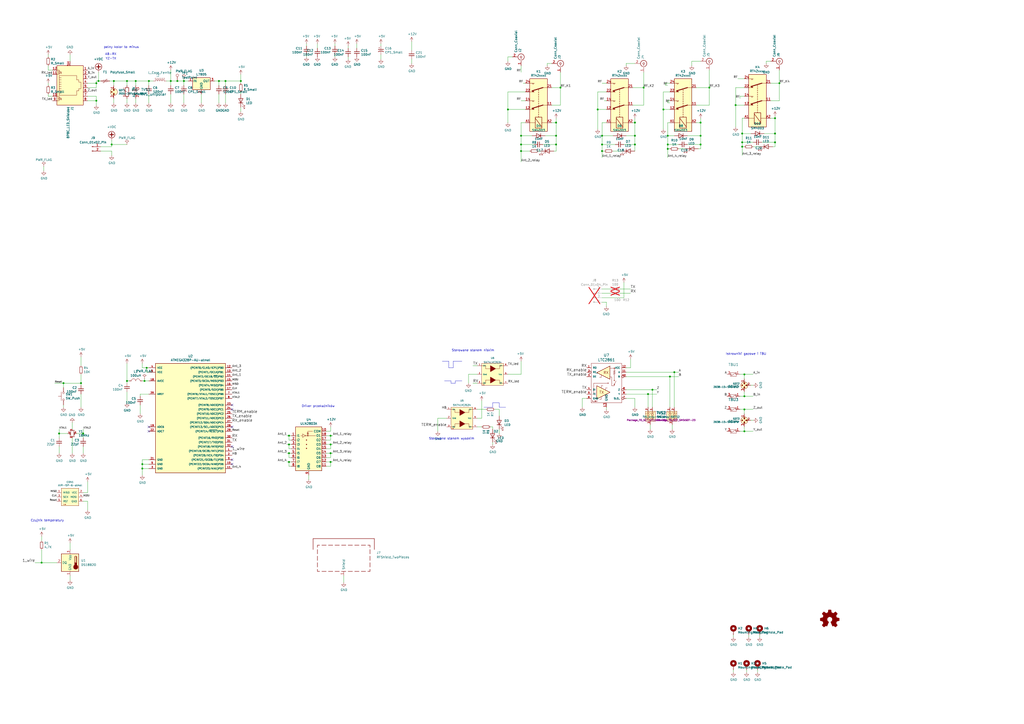
<source format=kicad_sch>
(kicad_sch (version 20230121) (generator eeschema)
  (paper "A2")
  (title_block (title "Antenna Switch") (date "2023-06-05") (rev "1.2") (company "SP9DR") (comment 1 "For hardware version 1.2.xx"))
  (lib_symbols
    (symbol "2031-23T-SM-RPLF:2031-23T-SM-RPLF" (pin_names (offset 1.016))
      (property "Reference" "GDT" (at -4.064 0.254 0))
      (property "Value" "2031-23T-SM-RPLF" (at -9.398 -1.524 0))
      (symbol "2031-23T-SM-RPLF_1_1"
        (pin passive line (at 0 3.81 270) (length 2.54) (name "~") (number "1"))
        (pin power_in line (at 0 -3.81 90) (length 2.54) (name "~") (number "2"))
      )
    )
    (symbol "2038-15-sm-rplf:2038-15-SM-RPLF" (pin_names (offset 1.016))
      (property "Reference" "GDT" (at -4.064 0.254 0))
      (property "Value" "2038-15-SM-RPLF" (at -9.398 -1.524 0))
      (symbol "2038-15-SM-RPLF_1_1"
        (pin passive line (at 0 3.81 270) (length 2.54) (name "~") (number "1"))
        (pin power_in line (at 3.81 0 180) (length 2.54) (name "~") (number "2"))
        (pin passive line (at 0 -3.81 90) (length 2.54) (name "~") (number "3"))
      )
    )
    (symbol "Connector:8P8C_LED_Shielded" (pin_names (offset 1.016))
      (property "Reference" "J" (at -5.08 13.97 0))
      (property "Value" "8P8C_LED_Shielded" (at 1.27 13.97 0))
      (symbol "8P8C_LED_Shielded_1_1"
        (pin passive line (at 10.16 -7.62 180) (length 2.54) (name "~") (number "1"))
        (pin passive line (at -10.16 7.62 0) (length 2.54) (name "~") (number "10"))
        (pin passive line (at -10.16 -5.08 0) (length 2.54) (name "~") (number "11"))
        (pin passive line (at -10.16 -7.62 0) (length 2.54) (name "~") (number "12"))
        (pin passive line (at 10.16 -5.08 180) (length 2.54) (name "~") (number "2"))
        (pin passive line (at 10.16 -2.54 180) (length 2.54) (name "~") (number "3"))
        (pin passive line (at 10.16 0 180) (length 2.54) (name "~") (number "4"))
        (pin passive line (at 10.16 2.54 180) (length 2.54) (name "~") (number "5"))
        (pin passive line (at 10.16 5.08 180) (length 2.54) (name "~") (number "6"))
        (pin passive line (at 10.16 7.62 180) (length 2.54) (name "~") (number "7"))
        (pin passive line (at 10.16 10.16 180) (length 2.54) (name "~") (number "8"))
        (pin passive line (at -10.16 10.16 0) (length 2.54) (name "~") (number "9"))
        (pin passive line (at 0 -12.7 90) (length 2.54) (name "~") (number "SH"))
      )
    )
    (symbol "Connector:Conn_01x02_Pin" (pin_names (offset 1.016) hide)
      (property "Reference" "J" (at 0 2.54 0))
      (property "Value" "Conn_01x02_Pin" (at 0 -5.08 0))
      (symbol "Conn_01x02_Pin_1_1"
        (pin passive line (at 5.08 0 180) (length 3.81) (name "Pin_1") (number "1"))
        (pin passive line (at 5.08 -2.54 180) (length 3.81) (name "Pin_2") (number "2"))
      )
    )
    (symbol "Connector:Conn_01x04_Pin" (pin_names (offset 1.016) hide)
      (property "Reference" "J" (at 0 5.08 0))
      (property "Value" "Conn_01x04_Pin" (at 0 -7.62 0))
      (symbol "Conn_01x04_Pin_1_1"
        (pin passive line (at 5.08 2.54 180) (length 3.81) (name "Pin_1") (number "1"))
        (pin passive line (at 5.08 0 180) (length 3.81) (name "Pin_2") (number "2"))
        (pin passive line (at 5.08 -2.54 180) (length 3.81) (name "Pin_3") (number "3"))
        (pin passive line (at 5.08 -5.08 180) (length 3.81) (name "Pin_4") (number "4"))
      )
    )
    (symbol "Connector:Conn_Coaxial" (pin_names (offset 1.016) hide)
      (property "Reference" "J" (at 0.254 3.048 0))
      (property "Value" "Conn_Coaxial" (at 2.921 0 90))
      (symbol "Conn_Coaxial_1_1"
        (pin passive line (at -5.08 0 0) (length 2.54) (name "In") (number "1"))
        (pin passive line (at 0 -5.08 90) (length 2.54) (name "Ext") (number "2"))
      )
    )
    (symbol "Connector:TestPoint" (pin_numbers hide) (pin_names (offset 0.762) hide)
      (property "Reference" "TP" (at 0 6.858 0))
      (property "Value" "TestPoint" (at 0 5.08 0))
      (symbol "TestPoint_1_1"
        (pin passive line (at 0 0 90) (length 2.54) (name "1") (number "1"))
      )
    )
    (symbol "DS18B20_1"
      (property "Reference" "U" (at -3.81 6.35 0))
      (property "Value" "DS18B20" (at 6.35 6.35 0))
      (symbol "DS18B20_1_1_1"
        (pin power_in line (at 0 -7.62 90) (length 2.54) (name "GND") (number "1"))
        (pin bidirectional line (at 7.62 0 180) (length 2.54) (name "DQ") (number "2"))
        (pin power_in line (at 0 7.62 270) (length 2.54) (name "V_{DD}") (number "3"))
      )
    )
    (symbol "Device:CP1_Small" (pin_numbers hide) (pin_names (offset 0.254) hide)
      (property "Reference" "C" (at 0.254 1.778 0))
      (property "Value" "Device_CP1_Small" (at 0.254 -2.032 0))
      (symbol "CP1_Small_1_1"
        (pin passive line (at 0 2.54 270) (length 2.032) (name "~") (number "1"))
        (pin passive line (at 0 -2.54 90) (length 2.032) (name "~") (number "2"))
      )
    )
    (symbol "Device:C_Small" (pin_numbers hide) (pin_names (offset 0.254) hide)
      (property "Reference" "C" (at 0.254 1.778 0))
      (property "Value" "C_Small" (at 0.254 -2.032 0))
      (symbol "C_Small_1_1"
        (pin passive line (at 0 2.54 270) (length 2.032) (name "~") (number "1"))
        (pin passive line (at 0 -2.54 90) (length 2.032) (name "~") (number "2"))
      )
    )
    (symbol "Device:Crystal_GND24_Small" (pin_names (offset 1.016) hide)
      (property "Reference" "Y" (at 1.27 4.445 0))
      (property "Value" "Crystal_GND24_Small" (at 1.27 2.54 0))
      (symbol "Crystal_GND24_Small_1_1"
        (pin passive line (at -2.54 0 0) (length 1.27) (name "1") (number "1"))
        (pin passive line (at 0 -2.54 90) (length 0.635) (name "2") (number "2"))
        (pin passive line (at 2.54 0 180) (length 1.27) (name "3") (number "3"))
        (pin passive line (at 0 2.54 270) (length 0.635) (name "4") (number "4"))
      )
    )
    (symbol "Device:LED" (pin_numbers hide) (pin_names (offset 1.016) hide)
      (property "Reference" "D" (at 0 2.54 0))
      (property "Value" "LED" (at 0 -2.54 0))
      (symbol "LED_1_1"
        (pin passive line (at -3.81 0 0) (length 2.54) (name "K") (number "1"))
        (pin passive line (at 3.81 0 180) (length 2.54) (name "A") (number "2"))
      )
    )
    (symbol "Device:L_Core_Ferrite" (pin_numbers hide) (pin_names (offset 1.016) hide)
      (property "Reference" "L" (at -1.27 0 90))
      (property "Value" "Device_L_Core_Ferrite" (at 2.794 0 90))
      (symbol "L_Core_Ferrite_1_1"
        (pin passive line (at 0 3.81 270) (length 1.27) (name "1") (number "1"))
        (pin passive line (at 0 -3.81 90) (length 1.27) (name "2") (number "2"))
      )
    )
    (symbol "Device:Polyfuse_Small" (pin_numbers hide) (pin_names (offset 0))
      (property "Reference" "F" (at -1.905 0 90))
      (property "Value" "Polyfuse_Small" (at 1.905 0 90))
      (symbol "Polyfuse_Small_1_1"
        (pin passive line (at 0 2.54 270) (length 0.635) (name "~") (number "1"))
        (pin passive line (at 0 -2.54 90) (length 0.635) (name "~") (number "2"))
      )
    )
    (symbol "Device:RFShield_TwoPieces" (pin_names (offset 1.016))
      (property "Reference" "J" (at 0 5.08 0))
      (property "Value" "RFShield_TwoPieces" (at 0 2.54 0))
      (symbol "RFShield_TwoPieces_1_1"
        (pin passive line (at 0 -10.16 90) (length 2.54) (name "Shield") (number "1"))
      )
    )
    (symbol "Device:R_Small" (pin_numbers hide) (pin_names (offset 0.254) hide)
      (property "Reference" "R" (at 0.762 0.508 0))
      (property "Value" "R_Small" (at 0.762 -1.016 0))
      (symbol "R_Small_1_1"
        (pin passive line (at 0 2.54 270) (length 0.762) (name "~") (number "1"))
        (pin passive line (at 0 -2.54 90) (length 0.762) (name "~") (number "2"))
      )
    )
    (symbol "Device:Varistor" (pin_numbers hide) (pin_names (offset 0))
      (property "Reference" "RV" (at 3.175 0 90))
      (property "Value" "Varistor" (at -3.175 0 90))
      (symbol "Varistor_0_0"
        (text "U" (at -1.778 -2.032 0) (effects (font (size 1.27 1.27))))
      )
      (symbol "Varistor_1_1"
        (pin passive line (at 0 3.81 270) (length 1.27) (name "~") (number "1"))
        (pin passive line (at 0 -3.81 90) (length 1.27) (name "~") (number "2"))
      )
    )
    (symbol "Diode:SM4003" (pin_numbers hide) (pin_names hide)
      (property "Reference" "D" (at 0 2.54 0))
      (property "Value" "SM4003" (at 0 -2.54 0))
      (symbol "SM4003_1_1"
        (pin passive line (at -3.81 0 0) (length 2.54) (name "K") (number "1"))
        (pin passive line (at 3.81 0 180) (length 2.54) (name "A") (number "2"))
      )
    )
    (symbol "GND_1" (power) (pin_names (offset 0))
      (property "Value" "GND_1" (at 0 -3.81 0))
      (symbol "GND_1_1_1"
        (pin power_in line (at 0 0 270) (length 0) hide (name "GND") (number "1"))
      )
    )
    (symbol "GND_2" (power) (pin_names (offset 0))
      (property "Value" "GND_2" (at 0 -3.81 0))
      (symbol "GND_2_1_1"
        (pin power_in line (at 0 0 270) (length 0) hide (name "GND") (number "1"))
      )
    )
    (symbol "Graphic:Logo_Open_Hardware_Small" (in_bom no) (on_board no))
    (symbol "Mechanical:MountingHole_Pad" (pin_numbers hide) (pin_names (offset 1.016) hide)
      (property "Reference" "H" (at 0 6.35 0))
      (property "Value" "MountingHole_Pad" (at 0 4.445 0))
      (symbol "MountingHole_Pad_1_1"
        (pin input line (at 0 -2.54 90) (length 2.54) (name "1") (number "1"))
      )
    )
    (symbol "PL_Device:INDUCTOR_SMALL" (pin_numbers hide) (pin_names (offset 0) hide)
      (property "Reference" "L" (at 0 2.54 0))
      (property "Value" "INDUCTOR_SMALL" (at 0 -1.27 0))
      (symbol "INDUCTOR_SMALL_1_1"
        (pin input line (at -3.81 0 0) (length 1.27) (name "1") (number "1"))
        (pin input line (at 3.81 0 180) (length 1.27) (name "2") (number "2"))
      )
    )
    (symbol "PL_Interface:LTC2861_DFN-12" (pin_names (offset 1.016))
      (property "Reference" "U" (at 0.254 12.954 0))
      (property "Value" "LTC2861" (at -7.62 -12.7 0))
      (symbol "LTC2861_DFN-12_0_0"
        (text "PL_2017" (at -6.731 -10.541 0) (effects (font (size 0.508 0.508))))
        (text "RX" (at -0.254 6.096 0) (effects (font (size 1.524 1.524))))
        (text "TX" (at -2.794 -5.334 0) (effects (font (size 1.524 1.524))))
      )
      (symbol "LTC2861_DFN-12_1_0"
        (pin power_in line (at 0 -13.97 90) (length 2.54) (name "GND") (number "13"))
      )
      (symbol "LTC2861_DFN-12_1_1"
        (pin output line (at -11.43 8.89 0) (length 2.54) (name "RO") (number "1"))
        (pin input inverted (at 11.43 3.81 180) (length 2.54) (name "B") (number "10"))
        (pin input line (at 11.43 6.35 180) (length 2.54) (name "A") (number "11"))
        (pin power_in line (at 11.43 8.89 180) (length 2.54) (name "VCC") (number "12"))
        (pin input inverted (at -11.43 6.35 0) (length 2.54) (name "RE_") (number "2"))
        (pin input line (at -11.43 3.81 0) (length 2.54) (name "DE") (number "3"))
        (pin input line (at -11.43 -3.81 0) (length 2.54) (name "DI") (number "4"))
        (pin input line (at -11.43 -6.35 0) (length 2.54) (name "TE") (number "5"))
        (pin power_in line (at -11.43 -8.89 0) (length 2.54) (name "GND") (number "6"))
        (pin input inverted (at 11.43 -8.89 180) (length 2.54) (name "SLO_") (number "7"))
        (pin output line (at 11.43 -6.35 180) (length 2.54) (name "Y") (number "8"))
        (pin output inverted (at 11.43 -3.81 180) (length 2.54) (name "Z") (number "9"))
      )
    )
    (symbol "PL_Single logic gates:SN74LVC2G34" (pin_names (offset 0.762))
      (property "Reference" "U" (at 0 -7.62 0))
      (property "Value" "SN74LVC2G34" (at 0.254 7.112 0))
      (symbol "SN74LVC2G34_0_0"
        (text "PL-2017" (at -5.334 -6.096 0) (effects (font (size 0.2032 0.2032))))
        (pin input line (at -8.89 -5.08 0) (length 2.54) (name "2A") (number "3"))
        (pin power_in line (at 8.89 0 180) (length 2.54) (name "Vcc") (number "5"))
      )
      (symbol "SN74LVC2G34_1_1"
        (pin input line (at -8.89 5.08 0) (length 2.54) (name "1A") (number "1"))
        (pin power_in line (at -8.89 0 0) (length 2.54) (name "Gnd") (number "2"))
        (pin output line (at 8.89 -5.08 180) (length 2.54) (name "2Y") (number "4"))
        (pin output line (at 8.89 5.08 180) (length 2.54) (name "1Y") (number "6"))
      )
    )
    (symbol "PL_various_IC:ATMEGA328P-AU-atmel" (pin_names (offset 1.016))
      (property "Reference" "U" (at -19.05 31.75 0))
      (property "Value" "ATMEGA328P-AU-atmel" (at 10.16 -35.56 0))
      (symbol "ATMEGA328P-AU-atmel_1_1"
        (pin bidirectional line (at 25.4 -20.32 180) (length 3.81) (name "(PCINT19/OC2B/INT1)PD3") (number "1"))
        (pin bidirectional line (at 25.4 -27.94 180) (length 3.81) (name "(PCINT22/OC0A/AIN0)PD6") (number "10"))
        (pin bidirectional line (at 25.4 -30.48 180) (length 3.81) (name "(PCINT23/AIN1)PD7") (number "11"))
        (pin bidirectional line (at 25.4 27.94 180) (length 3.81) (name "(PCINT0/CLKO/ICP1)PB0") (number "12"))
        (pin bidirectional line (at 25.4 25.4 180) (length 3.81) (name "(PCINT1/OC1A)PB1") (number "13"))
        (pin bidirectional line (at 25.4 22.86 180) (length 3.81) (name "(PCINT2/OC1B/~{SS})PB2") (number "14"))
        (pin bidirectional line (at 25.4 20.32 180) (length 3.81) (name "(PCINT3/OC2A/MOSI)PB3") (number "15"))
        (pin bidirectional line (at 25.4 17.78 180) (length 3.81) (name "(PCINT4/MISO)PB4") (number "16"))
        (pin bidirectional line (at 25.4 15.24 180) (length 3.81) (name "(PCINT5/SCK)PB5") (number "17"))
        (pin power_in line (at -22.86 20.32 0) (length 3.81) (name "AVCC") (number "18"))
        (pin input line (at -22.86 -6.35 0) (length 3.81) (name "ADC6") (number "19"))
        (pin bidirectional line (at 25.4 -22.86 180) (length 3.81) (name "(PCINT20/XCK/T0)PD4") (number "2"))
        (pin bidirectional line (at -22.86 12.7 0) (length 3.81) (name "AREF") (number "20"))
        (pin power_in line (at -22.86 -25.4 0) (length 3.81) (name "GND") (number "21"))
        (pin input line (at -22.86 -8.89 0) (length 3.81) (name "ADC7") (number "22"))
        (pin bidirectional line (at 25.4 6.35 180) (length 3.81) (name "(PCINT8/ADC0)PC0") (number "23"))
        (pin bidirectional line (at 25.4 3.81 180) (length 3.81) (name "(PCINT9/ADC1)PC1") (number "24"))
        (pin bidirectional line (at 25.4 1.27 180) (length 3.81) (name "(PCINT10/ADC2)PC2") (number "25"))
        (pin bidirectional line (at 25.4 -1.27 180) (length 3.81) (name "(PCINT11/ADC3)PC3") (number "26"))
        (pin bidirectional line (at 25.4 -3.81 180) (length 3.81) (name "(PCINT12/SDA/ADC4)PC4") (number "27"))
        (pin bidirectional line (at 25.4 -6.35 180) (length 3.81) (name "(PCINT13/SCL/ADC5)PC5") (number "28"))
        (pin bidirectional line (at 25.4 -8.89 180) (length 3.81) (name "(PCINT14/~{RESET})PC6") (number "29"))
        (pin power_in line (at -22.86 -30.48 0) (length 3.81) (name "GND") (number "3"))
        (pin bidirectional line (at 25.4 -12.7 180) (length 3.81) (name "(PCINT16/RXD)PD0") (number "30"))
        (pin bidirectional line (at 25.4 -15.24 180) (length 3.81) (name "(PCINT17/TXD)PD1") (number "31"))
        (pin bidirectional line (at 25.4 -17.78 180) (length 3.81) (name "(PCINT18/INT0)PD2") (number "32"))
        (pin power_in line (at -22.86 27.94 0) (length 3.81) (name "VCC") (number "4"))
        (pin power_in line (at -22.86 -27.94 0) (length 3.81) (name "GND") (number "5"))
        (pin power_in line (at -22.86 25.4 0) (length 3.81) (name "VCC") (number "6"))
        (pin bidirectional line (at 25.4 12.7 180) (length 3.81) (name "(PCINT6/XTAL1/TOSC1)PB6") (number "7"))
        (pin bidirectional line (at 25.4 10.16 180) (length 3.81) (name "(PCINT7/XTAL2/TOSC2)PB7") (number "8"))
        (pin bidirectional line (at 25.4 -25.4 180) (length 3.81) (name "(PCINT21/OC0B/T1)PD5") (number "9"))
      )
    )
    (symbol "PL_various_IC:AVR-ISP-6-atmel" (pin_names (offset 1.016))
      (property "Reference" "CON" (at 0 6.096 0))
      (property "Value" "AVR-ISP-6-atmel" (at -7.62 -7.62 0))
      (symbol "AVR-ISP-6-atmel_0_0"
        (text "PL_2020" (at -3.1242 -4.3434 0) (effects (font (size 0.254 0.254))))
      )
      (symbol "AVR-ISP-6-atmel_1_1"
        (pin passive line (at -7.62 2.54 0) (length 2.54) (name "MISO") (number "1"))
        (pin passive line (at 7.62 2.54 180) (length 2.54) (name "VCC") (number "2"))
        (pin passive line (at -7.62 0 0) (length 2.54) (name "SCK") (number "3"))
        (pin passive line (at 7.62 0 180) (length 2.54) (name "MOSI") (number "4"))
        (pin passive line (at -7.62 -2.54 0) (length 2.54) (name "RST") (number "5"))
        (pin passive line (at 7.62 -2.54 180) (length 2.54) (name "GND") (number "6"))
      )
    )
    (symbol "PWR_FLAG_1" (power) (pin_numbers hide) (pin_names (offset 0) hide)
      (property "Value" "PWR_FLAG_1" (at 0 3.81 0))
      (symbol "PWR_FLAG_1_0_0"
        (pin power_out line (at 0 0 90) (length 0) (name "pwr") (number "1"))
      )
    )
    (symbol "Regulator_Linear:L7805" (pin_names (offset 0.254))
      (property "Reference" "U" (at -3.81 3.175 0))
      (property "Value" "L7805" (at 0 3.175 0))
      (symbol "L7805_1_1"
        (pin power_in line (at -7.62 0 0) (length 2.54) (name "IN") (number "1"))
        (pin power_in line (at 0 -7.62 90) (length 2.54) (name "GND") (number "2"))
        (pin power_out line (at 7.62 0 180) (length 2.54) (name "OUT") (number "3"))
      )
    )
    (symbol "Relay:RT42xxxx"
      (property "Reference" "K" (at 16.51 3.81 0))
      (property "Value" "RT42xxxx" (at 16.51 1.27 0))
      (symbol "RT42xxxx_1_1"
        (pin passive line (at 0 -7.62 90) (length 2.54) (name "~") (number "11"))
        (pin passive line (at -2.54 7.62 270) (length 2.54) (name "~") (number "12"))
        (pin passive line (at 2.54 7.62 270) (length 2.54) (name "~") (number "14"))
        (pin passive line (at 10.16 -7.62 90) (length 2.54) (name "~") (number "21"))
        (pin passive line (at 7.62 7.62 270) (length 2.54) (name "~") (number "22"))
        (pin passive line (at 12.7 7.62 270) (length 2.54) (name "~") (number "24"))
        (pin passive line (at -10.16 7.62 270) (length 2.54) (name "~") (number "A1"))
        (pin passive line (at -10.16 -7.62 90) (length 2.54) (name "~") (number "A2"))
      )
    )
    (symbol "SN74LVC2G34_1" (pin_names (offset 0.762))
      (property "Reference" "U" (at 0 -7.62 0))
      (property "Value" "SN74LVC2G34" (at 0.254 7.112 0))
      (symbol "SN74LVC2G34_1_0_0"
        (text "PL-2017" (at -5.334 -6.096 0) (effects (font (size 0.2032 0.2032))))
        (pin input line (at -8.89 -5.08 0) (length 2.54) (name "2A") (number "3"))
        (pin power_in line (at 8.89 0 180) (length 2.54) (name "Vcc") (number "5"))
      )
      (symbol "SN74LVC2G34_1_1_1"
        (pin input line (at -8.89 5.08 0) (length 2.54) (name "1A") (number "1"))
        (pin power_in line (at -8.89 0 0) (length 2.54) (name "Gnd") (number "2"))
        (pin output line (at 8.89 -5.08 180) (length 2.54) (name "2Y") (number "4"))
        (pin output line (at 8.89 5.08 180) (length 2.54) (name "1Y") (number "6"))
      )
    )
    (symbol "Switch:SW_Push" (pin_numbers hide) (pin_names (offset 1.016) hide)
      (property "Reference" "SW" (at 1.27 2.54 0))
      (property "Value" "SW_Push" (at 0 -1.524 0))
      (symbol "SW_Push_0_1"
        (pin passive line (at -5.08 0 0) (length 2.54) (name "1") (number "1"))
        (pin passive line (at 5.08 0 180) (length 2.54) (name "2") (number "2"))
      )
    )
    (symbol "TVS_Array-SM712_1" (pin_names (offset 1.016))
      (property "Reference" "TVS" (at 0.254 -5.08 0))
      (property "Value" "TVS_Array-SM712" (at 0 5.08 0))
      (property "Footprint" "SOT-23" (at 0 8.636 0))
      (symbol "TVS_Array-SM712_1_1_1"
        (pin passive line (at -5.08 1.27 0) (length 2.54) (name "~") (number "1"))
        (pin passive line (at -5.08 -1.27 0) (length 2.54) (name "~") (number "2"))
        (pin passive line (at 5.08 0 180) (length 2.54) (name "~") (number "3"))
      )
    )
    (symbol "TVS_Semtech:TVS_Array-SM712" (pin_names (offset 1.016))
      (property "Reference" "TVS" (at 0.254 -5.08 0))
      (property "Value" "TVS_Array-SM712" (at 0 5.08 0))
      (property "Footprint" "SOT-23" (at 0 8.636 0))
      (symbol "TVS_Array-SM712_1_1"
        (pin passive line (at -5.08 1.27 0) (length 2.54) (name "~") (number "1"))
        (pin passive line (at -5.08 -1.27 0) (length 2.54) (name "~") (number "2"))
        (pin passive line (at 5.08 0 180) (length 2.54) (name "~") (number "3"))
      )
    )
    (symbol "TVS_Semtech:TVS_unipolar" (pin_names (offset 0))
      (property "Reference" "TVS" (at 0 17.78 0))
      (property "Value" "TVS_unipolar" (at 0.508 20.32 0))
      (symbol "TVS_unipolar_1_1"
        (pin passive line (at 0 6.35 270) (length 2.6924) (name "K") (number "1"))
        (pin passive line (at 0 -1.27 90) (length 2.6924) (name "A") (number "2"))
      )
    )
    (symbol "Transistor_Array:ULN2803A"
      (property "Reference" "U" (at 0 13.335 0))
      (property "Value" "ULN2803A" (at 0 11.43 0))
      (symbol "ULN2803A_1_1"
        (pin input line (at -10.16 5.08 0) (length 2.54) (name "I1") (number "1"))
        (pin passive line (at 10.16 7.62 180) (length 2.54) (name "COM") (number "10"))
        (pin open_collector line (at 10.16 -12.7 180) (length 2.54) (name "O8") (number "11"))
        (pin open_collector line (at 10.16 -10.16 180) (length 2.54) (name "O7") (number "12"))
        (pin open_collector line (at 10.16 -7.62 180) (length 2.54) (name "O6") (number "13"))
        (pin open_collector line (at 10.16 -5.08 180) (length 2.54) (name "O5") (number "14"))
        (pin open_collector line (at 10.16 -2.54 180) (length 2.54) (name "O4") (number "15"))
        (pin open_collector line (at 10.16 0 180) (length 2.54) (name "O3") (number "16"))
        (pin open_collector line (at 10.16 2.54 180) (length 2.54) (name "O2") (number "17"))
        (pin open_collector line (at 10.16 5.08 180) (length 2.54) (name "O1") (number "18"))
        (pin input line (at -10.16 2.54 0) (length 2.54) (name "I2") (number "2"))
        (pin input line (at -10.16 0 0) (length 2.54) (name "I3") (number "3"))
        (pin input line (at -10.16 -2.54 0) (length 2.54) (name "I4") (number "4"))
        (pin input line (at -10.16 -5.08 0) (length 2.54) (name "I5") (number "5"))
        (pin input line (at -10.16 -7.62 0) (length 2.54) (name "I6") (number "6"))
        (pin input line (at -10.16 -10.16 0) (length 2.54) (name "I7") (number "7"))
        (pin input line (at -10.16 -12.7 0) (length 2.54) (name "I8") (number "8"))
        (pin power_in line (at 0 -17.78 90) (length 2.54) (name "GND") (number "9"))
      )
    )
    (symbol "power:+12V" (power) (pin_names (offset 0))
      (property "Value" "+12V" (at 0 3.556 0))
      (symbol "+12V_1_1"
        (pin power_in line (at 0 0 90) (length 0) hide (name "+12V") (number "1"))
      )
    )
    (symbol "power:+5V" (power) (pin_names (offset 0))
      (property "Value" "+5V" (at 0 3.556 0))
      (symbol "+5V_1_1"
        (pin power_in line (at 0 0 90) (length 0) hide (name "+5V") (number "1"))
      )
    )
    (symbol "power:+VDC" (power) (pin_names (offset 0))
      (property "Value" "+VDC" (at 0 6.35 0))
      (symbol "+VDC_1_1"
        (pin power_in line (at 0 0 90) (length 0) hide (name "+VDC") (number "1"))
      )
    )
    (symbol "power:GND" (power) (pin_names (offset 0))
      (property "Value" "GND" (at 0 -3.81 0))
      (symbol "GND_1_1"
        (pin power_in line (at 0 0 270) (length 0) hide (name "GND") (number "1"))
      )
    )
    (symbol "power:PWR_FLAG" (power) (pin_numbers hide) (pin_names (offset 0) hide)
      (property "Value" "PWR_FLAG" (at 0 3.81 0))
      (symbol "PWR_FLAG_0_0"
        (pin power_out line (at 0 0 90) (length 0) (name "pwr") (number "1"))
      )
    )
    (symbol "tbu_hsp:TBU_HSP" (pin_names (offset 1.016))
      (property "Reference" "TBU" (at -0.254 2.54 0))
      (symbol "TBU_HSP_1_1"
        (pin bidirectional line (at -3.81 0 0) (length 2.54) (name "~") (number "1"))
        (pin no_connect line (at 0 -3.175 90) (length 2.54) hide (name "~") (number "2"))
        (pin bidirectional line (at 3.81 0 180) (length 2.54) (name "~") (number "3"))
      )
    )
  )
  (junction (at 384.81 63.5))
  (junction (at 411.48 50.8))
  (junction (at 325.12 50.8))
  (junction (at 191.77 252.73))
  (junction (at 378.46 226.06))
  (junction (at 449.58 68.58))
  (junction (at 82.55 269.24))
  (junction (at 302.26 83.82))
  (junction (at 57.15 46.99))
  (junction (at 426.72 60.96))
  (junction (at 191.77 262.89))
  (junction (at 449.58 77.47))
  (junction (at 406.4 78.74))
  (junction (at 373.38 50.8))
  (junction (at 449.58 82.55))
  (junction (at 66.04 46.99))
  (junction (at 34.29 251.46))
  (junction (at 387.35 83.82))
  (junction (at 55.88 58.42))
  (junction (at 78.74 46.99))
  (junction (at 106.68 46.99))
  (junction (at 64.77 83.82))
  (junction (at 375.92 228.6))
  (junction (at 387.35 78.74))
  (junction (at 322.58 83.82))
  (junction (at 302.26 78.74))
  (junction (at 431.8 217.17))
  (junction (at 36.83 222.25))
  (junction (at 368.3 78.74))
  (junction (at 24.13 326.39))
  (junction (at 167.64 252.73))
  (junction (at 167.64 267.97))
  (junction (at 452.12 48.26))
  (junction (at 55.88 48.26))
  (junction (at 431.8 237.49))
  (junction (at 73.66 220.98))
  (junction (at 83.82 220.98))
  (junction (at 368.3 71.12))
  (junction (at 406.4 83.82))
  (junction (at 430.53 85.09))
  (junction (at 346.71 63.5))
  (junction (at 431.8 229.87))
  (junction (at 82.55 271.78))
  (junction (at 322.58 71.12))
  (junction (at 430.53 82.55))
  (junction (at 191.77 267.97))
  (junction (at 99.06 46.99))
  (junction (at 406.4 71.12))
  (junction (at 86.36 46.99))
  (junction (at 191.77 257.81))
  (junction (at 431.8 250.19))
  (junction (at 85.09 213.36))
  (junction (at 102.87 46.99))
  (junction (at 167.64 257.81))
  (junction (at 73.66 46.99))
  (junction (at 302.26 87.63))
  (junction (at 130.81 46.99))
  (junction (at 322.58 78.74))
  (junction (at 48.26 251.46))
  (junction (at 430.53 77.47))
  (junction (at 46.99 222.25))
  (junction (at 139.7 46.99))
  (junction (at 349.25 83.82))
  (junction (at 167.64 262.89))
  (junction (at 294.64 63.5))
  (junction (at 349.25 87.63))
  (junction (at 349.25 78.74))
  (junction (at 388.62 218.44))
  (junction (at 391.16 215.9))
  (junction (at 368.3 83.82))
  (junction (at 127 46.99))
  (junction (at 387.35 86.36))
  (no_connect (at 134.62 266.7))
  (no_connect (at 134.62 234.95))
  (no_connect (at 86.36 247.65))
  (no_connect (at 134.62 237.49))
  (no_connect (at 86.36 250.19))
  (no_connect (at 134.62 259.08))
  (no_connect (at 134.62 269.24))
  (no_connect (at 134.62 247.65))
  (wire (pts (xy 411.48 40.64) (xy 411.48 50.8)))
  (wire (pts (xy 365.76 213.36) (xy 365.76 208.28)))
  (wire (pts (xy 349.25 172.72) (xy 361.95 172.72)))
  (wire (pts (xy 34.29 251.46) (xy 34.29 254)))
  (wire (pts (xy 350.52 58.42) (xy 351.79 58.42)))
  (wire (pts (xy 439.42 388.62) (xy 439.42 389.89)))
  (wire (pts (xy 99.06 46.99) (xy 102.87 46.99)))
  (wire (pts (xy 325.12 41.91) (xy 325.12 50.8)))
  (wire (pts (xy 359.41 170.18) (xy 365.76 170.18)))
  (wire (pts (xy 24.13 313.69) (xy 24.13 311.15)))
  (wire (pts (xy 452.12 58.42) (xy 447.04 58.42)))
  (wire (pts (xy 386.08 49.53) (xy 387.35 49.53)))
  (polyline (pts (xy 256.54 209.55) (xy 260.35 209.55)))
  (wire (pts (xy 191.77 255.27) (xy 191.77 252.73)))
  (wire (pts (xy 373.38 41.91) (xy 373.38 50.8)))
  (wire (pts (xy 86.36 215.9) (xy 85.09 215.9)))
  (wire (pts (xy 201.93 26.67) (xy 201.93 27.94)))
  (wire (pts (xy 449.58 68.58) (xy 449.58 77.47)))
  (wire (pts (xy 24.13 326.39) (xy 33.02 326.39)))
  (wire (pts (xy 106.68 54.61) (xy 106.68 59.69)))
  (wire (pts (xy 452.12 40.64) (xy 452.12 48.26)))
  (wire (pts (xy 276.86 217.17) (xy 271.78 217.17)))
  (wire (pts (xy 274.32 212.09) (xy 276.86 212.09)))
  (wire (pts (xy 434.34 368.3) (xy 434.34 369.57)))
  (wire (pts (xy 82.55 266.7) (xy 82.55 269.24)))
  (wire (pts (xy 304.8 71.12) (xy 302.26 71.12)))
  (wire (pts (xy 20.32 326.39) (xy 24.13 326.39)))
  (wire (pts (xy 389.89 246.38) (xy 389.89 248.92)))
  (wire (pts (xy 40.64 31.75) (xy 40.64 35.56)))
  (wire (pts (xy 46.99 228.6) (xy 46.99 236.22)))
  (wire (pts (xy 363.22 231.14) (xy 368.3 231.14)))
  (wire (pts (xy 166.37 267.97) (xy 167.64 267.97)))
  (wire (pts (xy 426.72 50.8) (xy 426.72 60.96)))
  (wire (pts (xy 285.75 247.65) (xy 285.75 248.92)))
  (wire (pts (xy 368.3 231.14) (xy 368.3 236.22)))
  (wire (pts (xy 351.79 236.22) (xy 351.79 237.49)))
  (wire (pts (xy 368.3 78.74) (xy 368.3 71.12)))
  (wire (pts (xy 302.26 83.82) (xy 302.26 87.63)))
  (wire (pts (xy 279.4 232.41) (xy 279.4 242.57)))
  (wire (pts (xy 349.25 78.74) (xy 349.25 83.82)))
  (wire (pts (xy 82.55 271.78) (xy 82.55 275.59)))
  (wire (pts (xy 386.08 48.26) (xy 388.62 48.26)))
  (wire (pts (xy 373.38 50.8) (xy 373.38 60.96)))
  (polyline (pts (xy 289.56 233.68) (xy 289.56 236.22)))
  (wire (pts (xy 322.58 87.63) (xy 322.58 83.82)))
  (wire (pts (xy 41.91 245.11) (xy 41.91 248.92)))
  (wire (pts (xy 294.64 63.5) (xy 294.64 71.12)))
  (wire (pts (xy 106.68 46.99) (xy 106.68 49.53)))
  (wire (pts (xy 351.79 63.5) (xy 346.71 63.5)))
  (wire (pts (xy 431.8 219.71) (xy 431.8 217.17)))
  (wire (pts (xy 302.26 78.74) (xy 302.26 83.82)))
  (wire (pts (xy 304.8 53.34) (xy 294.64 53.34)))
  (wire (pts (xy 349.25 170.18) (xy 354.33 170.18)))
  (wire (pts (xy 139.7 43.18) (xy 139.7 46.99)))
  (wire (pts (xy 116.84 54.61) (xy 116.84 59.69)))
  (wire (pts (xy 430.53 68.58) (xy 430.53 77.47)))
  (wire (pts (xy 86.36 228.6) (xy 81.28 228.6)))
  (wire (pts (xy 337.82 231.14) (xy 337.82 236.22)))
  (wire (pts (xy 189.23 265.43) (xy 191.77 265.43)))
  (wire (pts (xy 302.26 41.91) (xy 302.26 38.1)))
  (wire (pts (xy 411.48 50.8) (xy 411.48 60.96)))
  (wire (pts (xy 66.04 49.53) (xy 66.04 46.99)))
  (wire (pts (xy 431.8 240.03) (xy 431.8 237.49)))
  (wire (pts (xy 325.12 50.8) (xy 325.12 60.96)))
  (wire (pts (xy 58.42 87.63) (xy 64.77 87.63)))
  (wire (pts (xy 431.8 217.17) (xy 436.88 217.17)))
  (wire (pts (xy 346.71 53.34) (xy 346.71 63.5)))
  (wire (pts (xy 349.25 167.64) (xy 354.33 167.64)))
  (wire (pts (xy 73.66 57.15) (xy 73.66 59.69)))
  (wire (pts (xy 139.7 46.99) (xy 139.7 48.26)))
  (wire (pts (xy 199.39 334.01) (xy 199.39 337.82)))
  (wire (pts (xy 238.76 24.13) (xy 238.76 29.21)))
  (wire (pts (xy 368.3 71.12) (xy 368.3 68.58)))
  (wire (pts (xy 166.37 262.89) (xy 167.64 262.89)))
  (wire (pts (xy 276.86 237.49) (xy 281.94 237.49)))
  (wire (pts (xy 82.55 269.24) (xy 82.55 271.78)))
  (wire (pts (xy 429.26 55.88) (xy 431.8 55.88)))
  (wire (pts (xy 384.81 53.34) (xy 384.81 63.5)))
  (wire (pts (xy 82.55 269.24) (xy 86.36 269.24)))
  (wire (pts (xy 254 242.57) (xy 254 250.19)))
  (wire (pts (xy 34.29 248.92) (xy 34.29 251.46)))
  (wire (pts (xy 406.4 71.12) (xy 406.4 68.58)))
  (wire (pts (xy 294.64 33.02) (xy 294.64 35.56)))
  (wire (pts (xy 302.26 217.17) (xy 302.26 209.55)))
  (wire (pts (xy 287.02 237.49) (xy 289.56 237.49)))
  (wire (pts (xy 46.99 207.01) (xy 46.99 212.09)))
  (wire (pts (xy 431.8 60.96) (xy 426.72 60.96)))
  (wire (pts (xy 447.04 48.26) (xy 452.12 48.26)))
  (wire (pts (xy 363.22 228.6) (xy 375.92 228.6)))
  (polyline (pts (xy 260.35 209.55) (xy 260.35 213.36)))
  (wire (pts (xy 363.22 218.44) (xy 388.62 218.44)))
  (wire (pts (xy 387.35 58.42) (xy 387.35 59.69)))
  (wire (pts (xy 441.96 82.55) (xy 449.58 82.55)))
  (wire (pts (xy 429.26 229.87) (xy 431.8 229.87)))
  (wire (pts (xy 55.88 55.88) (xy 55.88 58.42)))
  (wire (pts (xy 124.46 46.99) (xy 127 46.99)))
  (wire (pts (xy 312.42 87.63) (xy 313.69 87.63)))
  (wire (pts (xy 401.32 35.56) (xy 401.32 38.1)))
  (wire (pts (xy 350.52 87.63) (xy 349.25 87.63)))
  (wire (pts (xy 167.64 270.51) (xy 167.64 267.97)))
  (wire (pts (xy 322.58 71.12) (xy 322.58 68.58)))
  (wire (pts (xy 398.78 83.82) (xy 406.4 83.82)))
  (wire (pts (xy 430.53 85.09) (xy 430.53 90.17)))
  (wire (pts (xy 130.81 46.99) (xy 139.7 46.99)))
  (wire (pts (xy 378.46 226.06) (xy 378.46 236.22)))
  (wire (pts (xy 386.08 48.26) (xy 386.08 49.53)))
  (wire (pts (xy 444.5 35.56) (xy 444.5 36.83)))
  (wire (pts (xy 429.26 250.19) (xy 431.8 250.19)))
  (wire (pts (xy 82.55 220.98) (xy 83.82 220.98)))
  (wire (pts (xy 431.8 247.65) (xy 431.8 250.19)))
  (wire (pts (xy 66.04 57.15) (xy 66.04 59.69)))
  (wire (pts (xy 391.16 78.74) (xy 387.35 78.74)))
  (wire (pts (xy 289.56 248.92) (xy 289.56 251.46)))
  (wire (pts (xy 349.25 87.63) (xy 349.25 91.44)))
  (wire (pts (xy 31.75 222.25) (xy 36.83 222.25)))
  (wire (pts (xy 220.98 31.75) (xy 220.98 34.29)))
  (wire (pts (xy 356.87 83.82) (xy 349.25 83.82)))
  (wire (pts (xy 303.53 48.26) (xy 304.8 48.26)))
  (wire (pts (xy 177.8 31.75) (xy 177.8 33.02)))
  (wire (pts (xy 297.18 33.02) (xy 294.64 33.02)))
  (wire (pts (xy 191.77 252.73) (xy 193.04 252.73)))
  (wire (pts (xy 368.3 78.74) (xy 368.3 83.82)))
  (wire (pts (xy 191.77 267.97) (xy 191.77 270.51)))
  (wire (pts (xy 403.86 71.12) (xy 406.4 71.12)))
  (wire (pts (xy 431.8 85.09) (xy 430.53 85.09)))
  (wire (pts (xy 452.12 48.26) (xy 452.12 58.42)))
  (wire (pts (xy 73.66 210.82) (xy 73.66 220.98)))
  (wire (pts (xy 40.64 314.96) (xy 40.64 318.77)))
  (wire (pts (xy 320.04 71.12) (xy 322.58 71.12)))
  (wire (pts (xy 50.8 55.88) (xy 55.88 55.88)))
  (wire (pts (xy 139.7 53.34) (xy 139.7 54.61)))
  (wire (pts (xy 259.08 242.57) (xy 254 242.57)))
  (wire (pts (xy 279.4 242.57) (xy 276.86 242.57)))
  (wire (pts (xy 102.87 46.99) (xy 106.68 46.99)))
  (wire (pts (xy 302.26 58.42) (xy 304.8 58.42)))
  (wire (pts (xy 368.3 83.82) (xy 368.3 87.63)))
  (wire (pts (xy 24.13 318.77) (xy 24.13 326.39)))
  (wire (pts (xy 96.52 46.99) (xy 99.06 46.99)))
  (wire (pts (xy 189.23 255.27) (xy 191.77 255.27)))
  (wire (pts (xy 302.26 87.63) (xy 307.34 87.63)))
  (wire (pts (xy 127 49.53) (xy 127 46.99)))
  (wire (pts (xy 349.25 71.12) (xy 349.25 78.74)))
  (wire (pts (xy 191.77 262.89) (xy 193.04 262.89)))
  (wire (pts (xy 238.76 34.29) (xy 238.76 36.83)))
  (wire (pts (xy 139.7 62.23) (xy 139.7 64.77)))
  (wire (pts (xy 322.58 78.74) (xy 322.58 71.12)))
  (wire (pts (xy 27.94 55.88) (xy 27.94 54.61)))
  (wire (pts (xy 375.92 228.6) (xy 381 228.6)))
  (wire (pts (xy 405.13 86.36) (xy 406.4 86.36)))
  (wire (pts (xy 55.88 46.99) (xy 57.15 46.99)))
  (polyline (pts (xy 260.35 213.36) (xy 262.89 213.36)))
  (wire (pts (xy 194.31 25.4) (xy 194.31 26.67)))
  (wire (pts (xy 302.26 71.12) (xy 302.26 78.74)))
  (wire (pts (xy 377.19 246.38) (xy 377.19 248.92)))
  (wire (pts (xy 431.8 229.87) (xy 436.88 229.87)))
  (wire (pts (xy 320.04 36.83) (xy 317.5 36.83)))
  (wire (pts (xy 82.55 213.36) (xy 85.09 213.36)))
  (wire (pts (xy 429.26 237.49) (xy 431.8 237.49)))
  (wire (pts (xy 83.82 220.98) (xy 86.36 220.98)))
  (wire (pts (xy 391.16 215.9) (xy 393.7 215.9)))
  (wire (pts (xy 191.77 260.35) (xy 191.77 257.81)))
  (wire (pts (xy 363.22 226.06) (xy 378.46 226.06)))
  (wire (pts (xy 167.64 265.43) (xy 167.64 262.89)))
  (wire (pts (xy 201.93 33.02) (xy 201.93 34.29)))
  (wire (pts (xy 189.23 250.19) (xy 191.77 250.19)))
  (wire (pts (xy 388.62 218.44) (xy 393.7 218.44)))
  (wire (pts (xy 99.06 46.99) (xy 99.06 49.53)))
  (wire (pts (xy 427.99 45.72) (xy 431.8 45.72)))
  (wire (pts (xy 25.4 96.52) (xy 25.4 99.06)))
  (wire (pts (xy 46.99 222.25) (xy 46.99 223.52)))
  (wire (pts (xy 387.35 59.69) (xy 388.62 59.69)))
  (wire (pts (xy 55.88 48.26) (xy 55.88 46.99)))
  (wire (pts (xy 363.22 36.83) (xy 363.22 38.1)))
  (wire (pts (xy 447.04 68.58) (xy 449.58 68.58)))
  (wire (pts (xy 167.64 257.81) (xy 168.91 257.81)))
  (wire (pts (xy 179.07 275.59) (xy 179.07 278.13)))
  (wire (pts (xy 130.81 46.99) (xy 130.81 49.53)))
  (wire (pts (xy 302.26 87.63) (xy 302.26 93.98)))
  (wire (pts (xy 314.96 83.82) (xy 322.58 83.82)))
  (wire (pts (xy 351.79 175.26) (xy 351.79 177.8)))
  (wire (pts (xy 449.58 68.58) (xy 449.58 67.31)))
  (wire (pts (xy 367.03 71.12) (xy 368.3 71.12)))
  (wire (pts (xy 398.78 78.74) (xy 406.4 78.74)))
  (wire (pts (xy 340.36 231.14) (xy 337.82 231.14)))
  (wire (pts (xy 431.8 250.19) (xy 436.88 250.19)))
  (wire (pts (xy 449.58 82.55) (xy 449.58 77.47)))
  (wire (pts (xy 429.26 55.88) (xy 429.26 57.15)))
  (wire (pts (xy 78.74 57.15) (xy 78.74 59.69)))
  (wire (pts (xy 320.04 50.8) (xy 325.12 50.8)))
  (wire (pts (xy 378.46 226.06) (xy 381 226.06)))
  (wire (pts (xy 387.35 86.36) (xy 387.35 91.44)))
  (wire (pts (xy 74.93 220.98) (xy 73.66 220.98)))
  (wire (pts (xy 27.94 40.64) (xy 27.94 38.1)))
  (wire (pts (xy 109.22 46.99) (xy 106.68 46.99)))
  (wire (pts (xy 83.82 219.71) (xy 83.82 220.98)))
  (wire (pts (xy 48.26 248.92) (xy 48.26 251.46)))
  (wire (pts (xy 403.86 50.8) (xy 411.48 50.8)))
  (wire (pts (xy 363.22 213.36) (xy 365.76 213.36)))
  (wire (pts (xy 168.91 270.51) (xy 167.64 270.51)))
  (wire (pts (xy 308.61 78.74) (xy 302.26 78.74)))
  (wire (pts (xy 349.25 175.26) (xy 351.79 175.26)))
  (polyline (pts (xy 264.16 222.25) (xy 264.16 220.98)))
  (wire (pts (xy 436.88 223.52) (xy 435.61 223.52)))
  (polyline (pts (xy 262.89 213.36) (xy 262.89 209.55)))
  (wire (pts (xy 304.8 63.5) (xy 294.64 63.5)))
  (polyline (pts (xy 262.89 209.55) (xy 267.97 209.55)))
  (wire (pts (xy 58.42 85.09) (xy 64.77 85.09)))
  (wire (pts (xy 50.8 48.26) (xy 55.88 48.26)))
  (wire (pts (xy 34.29 251.46) (xy 39.37 251.46)))
  (wire (pts (xy 99.06 54.61) (xy 99.06 59.69)))
  (wire (pts (xy 48.26 259.08) (xy 48.26 262.89)))
  (wire (pts (xy 294.64 53.34) (xy 294.64 63.5)))
  (wire (pts (xy 387.35 58.42) (xy 388.62 58.42)))
  (wire (pts (xy 191.77 265.43) (xy 191.77 262.89)))
  (wire (pts (xy 431.8 50.8) (xy 426.72 50.8)))
  (wire (pts (xy 81.28 234.95) (xy 81.28 240.03)))
  (wire (pts (xy 429.26 217.17) (xy 431.8 217.17)))
  (wire (pts (xy 166.37 252.73) (xy 167.64 252.73)))
  (wire (pts (xy 57.15 46.99) (xy 58.42 46.99)))
  (wire (pts (xy 50.8 50.8) (xy 55.88 50.8)))
  (wire (pts (xy 189.23 270.51) (xy 191.77 270.51)))
  (wire (pts (xy 436.88 85.09) (xy 440.69 85.09)))
  (wire (pts (xy 78.74 49.53) (xy 78.74 46.99)))
  (wire (pts (xy 55.88 58.42) (xy 55.88 60.96)))
  (wire (pts (xy 363.22 78.74) (xy 368.3 78.74)))
  (wire (pts (xy 355.6 87.63) (xy 360.68 87.63)))
  (wire (pts (xy 48.26 290.83) (xy 50.8 290.83)))
  (wire (pts (xy 55.88 50.8) (xy 55.88 48.26)))
  (polyline (pts (xy 261.62 222.25) (xy 264.16 222.25)))
  (wire (pts (xy 351.79 53.34) (xy 346.71 53.34)))
  (wire (pts (xy 86.36 49.53) (xy 86.36 46.99)))
  (wire (pts (xy 34.29 259.08) (xy 34.29 262.89)))
  (wire (pts (xy 294.64 217.17) (xy 302.26 217.17)))
  (wire (pts (xy 50.8 285.75) (xy 50.8 279.4)))
  (wire (pts (xy 106.68 45.72) (xy 106.68 46.99)))
  (wire (pts (xy 388.62 86.36) (xy 387.35 86.36)))
  (wire (pts (xy 73.66 220.98) (xy 73.66 222.25)))
  (wire (pts (xy 387.35 78.74) (xy 387.35 83.82)))
  (wire (pts (xy 351.79 71.12) (xy 349.25 71.12)))
  (polyline (pts (xy 261.62 220.98) (xy 261.62 222.25)))
  (wire (pts (xy 425.45 368.3) (xy 425.45 369.57)))
  (wire (pts (xy 167.64 262.89) (xy 168.91 262.89)))
  (wire (pts (xy 220.98 25.4) (xy 220.98 26.67)))
  (polyline (pts (xy 285.75 236.22) (xy 285.75 233.68)))
  (wire (pts (xy 167.64 252.73) (xy 167.64 255.27)))
  (wire (pts (xy 191.77 267.97) (xy 193.04 267.97)))
  (wire (pts (xy 433.07 388.62) (xy 433.07 389.89)))
  (wire (pts (xy 436.88 82.55) (xy 430.53 82.55)))
  (wire (pts (xy 406.4 71.12) (xy 406.4 78.74)))
  (wire (pts (xy 27.94 48.26) (xy 27.94 49.53)))
  (wire (pts (xy 363.22 215.9) (xy 391.16 215.9)))
  (wire (pts (xy 367.03 50.8) (xy 373.38 50.8)))
  (wire (pts (xy 359.41 167.64) (xy 365.76 167.64)))
  (wire (pts (xy 130.81 54.61) (xy 130.81 59.69)))
  (wire (pts (xy 184.15 25.4) (xy 184.15 27.94)))
  (wire (pts (xy 368.3 36.83) (xy 363.22 36.83)))
  (polyline (pts (xy 257.81 220.98) (xy 261.62 220.98)))
  (wire (pts (xy 50.8 285.75) (xy 48.26 285.75)))
  (wire (pts (xy 27.94 31.75) (xy 27.94 33.02)))
  (wire (pts (xy 168.91 260.35) (xy 167.64 260.35)))
  (wire (pts (xy 44.45 251.46) (xy 48.26 251.46)))
  (wire (pts (xy 85.09 215.9) (xy 85.09 213.36)))
  (wire (pts (xy 325.12 60.96) (xy 320.04 60.96)))
  (wire (pts (xy 361.95 172.72) (xy 361.95 163.83)))
  (wire (pts (xy 426.72 60.96) (xy 426.72 73.66)))
  (wire (pts (xy 73.66 227.33) (xy 73.66 233.68)))
  (wire (pts (xy 388.62 63.5) (xy 384.81 63.5)))
  (wire (pts (xy 191.77 250.19) (xy 191.77 247.65)))
  (wire (pts (xy 86.36 54.61) (xy 86.36 59.69)))
  (wire (pts (xy 322.58 83.82) (xy 322.58 78.74)))
  (wire (pts (xy 64.77 83.82) (xy 64.77 81.28)))
  (wire (pts (xy 64.77 87.63) (xy 64.77 90.17)))
  (wire (pts (xy 99.06 46.99) (xy 99.06 40.64)))
  (wire (pts (xy 387.35 71.12) (xy 387.35 78.74)))
  (wire (pts (xy 168.91 255.27) (xy 167.64 255.27)))
  (wire (pts (xy 425.45 388.62) (xy 425.45 389.89)))
  (wire (pts (xy 191.77 257.81) (xy 193.04 257.81)))
  (polyline (pts (xy 280.67 236.22) (xy 285.75 236.22)))
  (wire (pts (xy 63.5 46.99) (xy 66.04 46.99)))
  (wire (pts (xy 431.8 227.33) (xy 431.8 229.87)))
  (wire (pts (xy 393.7 83.82) (xy 387.35 83.82)))
  (wire (pts (xy 271.78 217.17) (xy 271.78 222.25)))
  (wire (pts (xy 167.64 260.35) (xy 167.64 257.81)))
  (wire (pts (xy 384.81 63.5) (xy 384.81 74.93)))
  (wire (pts (xy 387.35 83.82) (xy 387.35 86.36)))
  (wire (pts (xy 64.77 83.82) (xy 73.66 83.82)))
  (polyline (pts (xy 285.75 233.68) (xy 289.56 233.68)))
  (wire (pts (xy 388.62 71.12) (xy 387.35 71.12)))
  (wire (pts (xy 189.23 252.73) (xy 191.77 252.73)))
  (wire (pts (xy 78.74 46.99) (xy 86.36 46.99)))
  (wire (pts (xy 284.48 247.65) (xy 285.75 247.65)))
  (wire (pts (xy 85.09 213.36) (xy 86.36 213.36)))
  (wire (pts (xy 391.16 215.9) (xy 391.16 236.22)))
  (wire (pts (xy 447.04 35.56) (xy 444.5 35.56)))
  (wire (pts (xy 73.66 46.99) (xy 78.74 46.99)))
  (wire (pts (xy 50.8 58.42) (xy 55.88 58.42)))
  (wire (pts (xy 373.38 60.96) (xy 367.03 60.96)))
  (wire (pts (xy 41.91 254) (xy 41.91 262.89)))
  (wire (pts (xy 403.86 60.96) (xy 411.48 60.96)))
  (wire (pts (xy 66.04 46.99) (xy 73.66 46.99)))
  (wire (pts (xy 81.28 228.6) (xy 81.28 229.87)))
  (wire (pts (xy 168.91 265.43) (xy 167.64 265.43)))
  (wire (pts (xy 127 54.61) (xy 127 59.69)))
  (wire (pts (xy 86.36 46.99) (xy 88.9 46.99)))
  (wire (pts (xy 166.37 257.81) (xy 167.64 257.81)))
  (wire (pts (xy 189.23 262.89) (xy 191.77 262.89)))
  (polyline (pts (xy 289.56 236.22) (xy 293.37 236.22)))
  (wire (pts (xy 406.4 35.56) (xy 401.32 35.56)))
  (wire (pts (xy 449.58 85.09) (xy 449.58 82.55)))
  (wire (pts (xy 177.8 25.4) (xy 177.8 26.67)))
  (wire (pts (xy 430.53 77.47) (xy 430.53 82.55)))
  (wire (pts (xy 436.88 243.84) (xy 435.61 243.84)))
  (wire (pts (xy 48.26 251.46) (xy 48.26 254)))
  (polyline (pts (xy 264.16 220.98) (xy 267.97 220.98)))
  (wire (pts (xy 289.56 237.49) (xy 289.56 241.3)))
  (wire (pts (xy 189.23 257.81) (xy 191.77 257.81)))
  (wire (pts (xy 440.69 368.3) (xy 440.69 369.57)))
  (wire (pts (xy 361.95 83.82) (xy 368.3 83.82)))
  (wire (pts (xy 189.23 267.97) (xy 191.77 267.97)))
  (wire (pts (xy 321.31 87.63) (xy 322.58 87.63)))
  (wire (pts (xy 435.61 77.47) (xy 430.53 77.47)))
  (wire (pts (xy 276.86 222.25) (xy 274.32 222.25)))
  (wire (pts (xy 431.8 68.58) (xy 430.53 68.58)))
  (wire (pts (xy 36.83 224.79) (xy 36.83 222.25)))
  (wire (pts (xy 46.99 217.17) (xy 46.99 222.25)))
  (wire (pts (xy 346.71 63.5) (xy 346.71 74.93)))
  (wire (pts (xy 36.83 222.25) (xy 46.99 222.25)))
  (wire (pts (xy 194.31 31.75) (xy 194.31 33.02)))
  (wire (pts (xy 285.75 256.54) (xy 285.75 257.81)))
  (wire (pts (xy 57.15 41.91) (xy 57.15 46.99)))
  (wire (pts (xy 431.8 237.49) (xy 436.88 237.49)))
  (wire (pts (xy 349.25 48.26) (xy 351.79 48.26)))
  (wire (pts (xy 406.4 86.36) (xy 406.4 83.82)))
  (wire (pts (xy 448.31 85.09) (xy 449.58 85.09)))
  (wire (pts (xy 30.48 55.88) (xy 27.94 55.88)))
  (wire (pts (xy 82.55 213.36) (xy 82.55 210.82)))
  (wire (pts (xy 167.64 267.97) (xy 168.91 267.97)))
  (wire (pts (xy 349.25 83.82) (xy 349.25 87.63)))
  (wire (pts (xy 127 46.99) (xy 130.81 46.99)))
  (wire (pts (xy 30.48 40.64) (xy 27.94 40.64)))
  (wire (pts (xy 316.23 78.74) (xy 322.58 78.74)))
  (wire (pts (xy 40.64 334.01) (xy 40.64 336.55)))
  (wire (pts (xy 276.86 247.65) (xy 279.4 247.65)))
  (wire (pts (xy 50.8 290.83) (xy 50.8 295.91)))
  (wire (pts (xy 207.01 25.4) (xy 207.01 27.94)))
  (wire (pts (xy 309.88 83.82) (xy 302.26 83.82)))
  (wire (pts (xy 375.92 228.6) (xy 375.92 236.22)))
  (wire (pts (xy 189.23 260.35) (xy 191.77 260.35)))
  (wire (pts (xy 430.53 82.55) (xy 430.53 85.09)))
  (wire (pts (xy 86.36 266.7) (xy 82.55 266.7)))
  (wire (pts (xy 443.23 77.47) (xy 449.58 77.47)))
  (wire (pts (xy 388.62 53.34) (xy 384.81 53.34)))
  (wire (pts (xy 355.6 78.74) (xy 349.25 78.74)))
  (wire (pts (xy 167.64 252.73) (xy 168.91 252.73)))
  (wire (pts (xy 406.4 83.82) (xy 406.4 78.74)))
  (wire (pts (xy 393.7 86.36) (xy 397.51 86.36)))
  (wire (pts (xy 36.83 236.22) (xy 36.83 234.95)))
  (wire (pts (xy 388.62 218.44) (xy 388.62 236.22)))
  (wire (pts (xy 317.5 36.83) (xy 317.5 38.1)))
  (wire (pts (xy 82.55 271.78) (xy 86.36 271.78)))
  (wire (pts (xy 73.66 49.53) (xy 73.66 46.99)))
  (wire (pts (xy 64.77 85.09) (xy 64.77 83.82)))
  (text "Wersja Schematu 1.2 Skończona. Otwórz Płytke wersja 1.2.02" (at 156.337 -6.096 0) (effects (font (size 5 5) (thickness 1) bold) (justify left bottom)))
  (text "AB-RX" (at 60.96 32.258 0) (effects (font (size 1.27 1.27)) (justify left bottom)))
  (text "Sterowane stanem niskim " (at 262.001 204.089 0) (effects (font (size 1.27 1.27)) (justify left bottom)))
  (text "Sterowane stanem wysokim\n" (at 248.793 255.27 0) (effects (font (size 1.27 1.27)) (justify left bottom)))
  (text "YZ-TX" (at 61.214 34.798 0) (effects (font (size 1.27 1.27)) (justify left bottom)))
  (text "pelny kolor to minus\n" (at 60.198 28.194 0) (effects (font (size 1.27 1.27)) (justify left bottom)))
  (text "Driver przekaźników" (at 175.006 236.474 0) (effects (font (size 1.27 1.27)) (justify left bottom)))
  (text "Iskrowniki gazowe i TBU" (at 421.005 206.121 0) (effects (font (size 1.27 1.27)) (justify left bottom)))
  (text "Czujnik temperatury" (at 17.78 302.768 0) (effects (font (size 1.27 1.27)) (justify left bottom)))
  (label "RX_led" (at 30.48 43.18 180))
  (label "CLK" (at 33.02 288.29 180) (effects (font (size 0.9906 0.9906))))
  (label "1_wire" (at 20.32 326.39 180) (effects (font (size 1.524 1.524))))
  (label "RF" (at 427.99 45.72 180))
  (label "Z" (at 381 226.06 0))
  (label "RF_K2" (at 373.38 50.8 0))
  (label "TX" (at 134.62 256.54 0) (effects (font (size 1.524 1.524))))
  (label "RF" (at 387.35 49.53 180))
  (label "RX" (at 340.36 213.36 180) (effects (font (size 1.524 1.524))))
  (label "Ant_1_relay" (at 193.04 252.73 0))
  (label "RX_enable" (at 340.36 215.9 180) (effects (font (size 1.524 1.524))))
  (label "A_in" (at 50.8 40.64 0))
  (label "Ant_4" (at 166.37 267.97 180))
  (label "A" (at 421.64 217.17 180))
  (label "CLK" (at 134.62 226.06 0) (effects (font (size 0.9906 0.9906))))
  (label "XTAL2" (at 134.62 231.14 0) (effects (font (size 0.9906 0.9906))))
  (label "B_in" (at 436.88 229.87 0))
  (label "Reset" (at 33.02 290.83 180) (effects (font (size 0.9906 0.9906))))
  (label "Ant_3_relay" (at 430.53 90.17 0))
  (label "RF" (at 349.25 48.26 180))
  (label "RF" (at 388.62 59.69 180))
  (label "Ant_2_relay" (at 302.26 93.98 0))
  (label "Ant_2" (at 166.37 257.81 180))
  (label "Ant_3" (at 166.37 262.89 180))
  (label "RX_led" (at 294.64 222.25 0))
  (label "RF" (at 429.26 57.15 180))
  (label "Ant_1" (at 166.37 252.73 180))
  (label "RF" (at 350.52 58.42 180))
  (label "A" (at 393.7 215.9 0))
  (label "Ant_3_relay" (at 193.04 262.89 0))
  (label "Ant_2_relay" (at 193.04 257.81 0))
  (label "Z_out" (at 436.88 237.49 0))
  (label "Y" (at 421.64 250.19 180))
  (label "XTAL1" (at 134.62 228.6 0) (effects (font (size 0.9906 0.9906))))
  (label "MISO" (at 134.62 223.52 0) (effects (font (size 0.9906 0.9906))))
  (label "Ant_2" (at 134.62 215.9 0))
  (label "RX_enable" (at 134.62 245.11 0) (effects (font (size 1.524 1.524))))
  (label "TX" (at 274.32 212.09 0) (effects (font (size 1.524 1.524))))
  (label "Y_out" (at 50.8 45.72 0))
  (label "HB" (at 259.08 237.49 180))
  (label "TX_led" (at 30.48 58.42 180))
  (label "Z" (at 421.64 237.49 180))
  (label "RF_K1" (at 325.12 50.8 0))
  (label "Z_out" (at 50.8 53.34 0))
  (label "Reset" (at 31.75 222.25 0) (effects (font (size 0.9906 0.9906))))
  (label "TERM_enable" (at 134.62 240.03 0) (effects (font (size 1.524 1.524))))
  (label "TERM_enable" (at 340.36 228.6 180) (effects (font (size 1.524 1.524))))
  (label "TX_enable" (at 340.36 218.44 180) (effects (font (size 1.524 1.524))))
  (label "Reset" (at 134.62 250.19 0) (effects (font (size 0.9906 0.9906))))
  (label "RF" (at 302.26 58.42 180))
  (label "B" (at 393.7 218.44 0))
  (label "RX" (at 134.62 254 0) (effects (font (size 1.524 1.524))))
  (label "TX_enable" (at 134.62 242.57 0) (effects (font (size 1.524 1.524))))
  (label "RF" (at 303.53 48.26 180))
  (label "B" (at 421.64 229.87 180))
  (label "MOSI" (at 48.26 288.29 0) (effects (font (size 0.9906 0.9906))))
  (label "MISO" (at 33.02 285.75 180) (effects (font (size 0.9906 0.9906))))
  (label "TX" (at 340.36 226.06 180) (effects (font (size 1.524 1.524))))
  (label "Ant_3" (at 134.62 213.36 0))
  (label "Ant_4_relay" (at 387.35 91.44 0))
  (label "TX_led" (at 294.64 212.09 0))
  (label "RX" (at 274.32 222.25 0) (effects (font (size 1.524 1.524))))
  (label "B_in" (at 50.8 43.18 0))
  (label "Ant_4" (at 134.62 271.78 0))
  (label "RF_K4" (at 452.12 48.26 0))
  (label "XTAL1" (at 34.29 248.92 0) (effects (font (size 0.9906 0.9906))))
  (label "MOSI" (at 134.62 220.98 0) (effects (font (size 0.9906 0.9906))))
  (label "Y" (at 381 228.6 0))
  (label "Ant_4_relay" (at 193.04 267.97 0))
  (label "Ant_1_relay" (at 349.25 91.44 0))
  (label "Ant_1" (at 134.62 218.44 0))
  (label "1_wire" (at 134.62 261.62 0) (effects (font (size 1.524 1.524))))
  (label "A_in" (at 436.88 217.17 0))
  (label "TX" (at 365.76 167.64 0) (effects (font (size 1.524 1.524))))
  (label "RX" (at 365.76 170.18 0) (effects (font (size 1.524 1.524))))
  (label "TERM_enable" (at 259.08 247.65 180) (effects (font (size 1.524 1.524))))
  (label "XTAL2" (at 48.26 248.92 0) (effects (font (size 0.9906 0.9906))))
  (label "Y_out" (at 436.88 250.19 0))
  (label "RF" (at 302.26 41.91 180))
  (label "RF_K3" (at 411.48 50.8 0))
  (label "HB" (at 134.62 264.16 0))
  (symbol (lib_id "power:+5V") (at 50.8 279.4 0) (unit 1)
    (property "Reference" "#PWR015" (effects hide))
    (property "Value" "+5V" (at 51.181 275.0058 0))
  )
  (symbol (lib_id "power:GND") (at 82.55 275.59 0) (unit 1)
    (property "Reference" "#PWR025" (effects hide))
    (property "Value" "GND" (at 82.677 279.9842 0))
  )
  (symbol (lib_id "power:GND") (at 34.29 262.89 0) (unit 1)
    (property "Reference" "#PWR05" (effects hide))
    (property "Value" "GND" (at 34.417 267.2842 0))
  )
  (symbol (lib_id "power:GND") (at 48.26 262.89 0) (unit 1)
    (property "Reference" "#PWR014" (effects hide))
    (property "Value" "GND" (at 48.387 267.2842 0))
  )
  (symbol (lib_id "power:GND") (at 46.99 236.22 0) (unit 1)
    (property "Reference" "#PWR013" (effects hide))
    (property "Value" "GND" (at 47.117 240.6142 0))
  )
  (symbol (lib_id "power:GND") (at 36.83 236.22 0) (unit 1)
    (property "Reference" "#PWR06" (effects hide))
    (property "Value" "GND" (at 36.957 240.6142 0))
  )
  (symbol (lib_id "power:GND") (at 73.66 233.68 0) (unit 1)
    (property "Reference" "#PWR020" (effects hide))
    (property "Value" "GND" (at 73.787 238.0742 0))
  )
  (symbol (lib_id "power:GND") (at 81.28 240.03 0) (unit 1)
    (property "Reference" "#PWR023" (effects hide))
    (property "Value" "GND" (at 81.407 244.4242 0))
  )
  (symbol (lib_id "power:GND") (at 50.8 295.91 0) (unit 1)
    (property "Reference" "#PWR016" (effects hide))
    (property "Value" "GND" (at 50.927 300.3042 0))
  )
  (symbol (lib_id "power:+5V") (at 46.99 207.01 0) (unit 1)
    (property "Reference" "#PWR012" (effects hide))
    (property "Value" "+5V" (at 47.371 202.6158 0))
  )
  (symbol (lib_id "power:GND") (at 41.91 245.11 180) (unit 1)
    (property "Reference" "#PWR010" (effects hide))
    (property "Value" "GND" (at 41.783 240.7158 0))
  )
  (symbol (lib_id "power:GND") (at 40.64 336.55 0) (unit 1)
    (property "Reference" "#PWR09" (effects hide))
    (property "Value" "GND" (at 40.767 340.9442 0))
  )
  (symbol (lib_id "power:+5V") (at 24.13 311.15 0) (unit 1)
    (property "Reference" "#PWR01" (effects hide))
    (property "Value" "+5V" (at 24.511 306.7558 0))
  )
  (symbol (lib_id "power:+5V") (at 40.64 314.96 0) (unit 1)
    (property "Reference" "#PWR08" (effects hide))
    (property "Value" "+5V" (at 41.021 310.5658 0))
  )
  (symbol (lib_id "power:+5V") (at 82.55 210.82 0) (unit 1)
    (property "Reference" "#PWR024" (effects hide))
    (property "Value" "+5V" (at 82.931 206.4258 0))
  )
  (symbol (lib_id "power:+5V") (at 73.66 210.82 0) (unit 1)
    (property "Reference" "#PWR019" (effects hide))
    (property "Value" "+5V" (at 74.041 206.4258 0))
  )
  (symbol (lib_id "Switch:SW_Push") (at 36.83 229.87 90) (unit 1)
    (property "Reference" "SW1" (at 38.0492 228.7016 90) (effects (justify right)))
    (property "Value" "SW_Push" (at 38.0492 231.013 90) (effects (justify right)))
    (property "Footprint" "Button_Switch_THT:SW_TH_Tactile_Omron_B3F-10xx" (effects hide))
  )
  (symbol (lib_id "power:PWR_FLAG") (at 83.82 219.71 0) (unit 1)
    (property "Reference" "#FLG02" (effects hide))
    (property "Value" "PWR_FLAG" (at 83.82 215.2904 0))
  )
  (symbol (lib_id "power:GND") (at 41.91 262.89 0) (unit 1)
    (property "Reference" "#PWR011" (effects hide))
    (property "Value" "GND" (at 42.037 267.2842 0))
  )
  (symbol (lib_id "power:GND") (at 55.88 60.96 0) (unit 1)
    (property "Reference" "#PWR017" (effects hide))
    (property "Value" "GND" (at 56.007 65.3542 0))
  )
  (symbol (lib_id "power:GND") (at 271.78 222.25 0) (mirror y) (unit 1)
    (property "Reference" "#PWR051" (effects hide))
    (property "Value" "GND" (at 271.653 226.6442 0))
  )
  (symbol (lib_id "power:GND") (at 254 250.19 0) (unit 1)
    (property "Reference" "#PWR052" (effects hide))
    (property "Value" "GND" (at 254.127 254.5842 0))
  )
  (symbol (lib_id "Device:C_Small") (at 194.31 29.21 0) (mirror y) (unit 1)
    (property "Reference" "C13" (at 191.9732 28.0416 0) (effects (justify left)))
    (property "Value" "100nF" (at 191.9732 30.353 0) (effects (justify left)))
    (property "Footprint" "Capacitor_SMD:C_0805_2012Metric" (effects hide))
  )
  (symbol (lib_id "Device:C_Small") (at 127 52.07 0) (unit 1)
    (property "Reference" "C9" (at 129.3368 50.9016 0) (effects (justify left)))
    (property "Value" "100nF" (at 129.3368 53.213 0) (effects (justify left)))
    (property "Footprint" "Capacitor_SMD:C_0805_2012Metric" (effects hide))
  )
  (symbol (lib_id "power:+5V") (at 194.31 25.4 0) (mirror y) (unit 1)
    (property "Reference" "#PWR042" (effects hide))
    (property "Value" "+5V" (at 193.929 21.0058 0))
  )
  (symbol (lib_id "power:GND") (at 194.31 33.02 0) (mirror y) (unit 1)
    (property "Reference" "#PWR043" (effects hide))
    (property "Value" "GND" (at 194.183 37.4142 0))
  )
  (symbol (lib_id "Connector:8P8C_LED_Shielded") (at 40.64 48.26 0) (mirror x) (unit 1)
    (property "Reference" "J1" (at 41.8084 61.722 90) (effects (justify left)))
    (property "Value" "8P8C_LED_Shielded" (at 39.497 61.722 90) (effects (justify left)))
    (property "Footprint" "Connector_RJ:RJ45_BEL_SS74301-00x_Vertical" (effects hide))
  )
  (symbol (lib_id "Device:L_Core_Ferrite") (at 92.71 46.99 90) (unit 1)
    (property "Reference" "L2" (at 91.5416 44.7548 0) (effects (justify left)))
    (property "Value" "L_Core_Ferrite" (at 99.568 42.164 90) (effects (justify left)))
    (property "Footprint" "Custom_Inductor_BLRN:Custom_inductors-BL01RN1A" (effects hide))
  )
  (symbol (lib_id "Device:C_Small") (at 201.93 30.48 0) (mirror y) (unit 1)
    (property "Reference" "C14" (at 199.5932 29.3116 0) (effects (justify left)))
    (property "Value" "100nF" (at 199.5932 31.623 0) (effects (justify left)))
    (property "Footprint" "Capacitor_SMD:C_0805_2012Metric" (effects hide))
  )
  (symbol (lib_id "power:+5V") (at 201.93 26.67 0) (mirror y) (unit 1)
    (property "Reference" "#PWR044" (effects hide))
    (property "Value" "+5V" (at 201.549 22.2758 0))
  )
  (symbol (lib_id "power:GND") (at 201.93 34.29 0) (mirror y) (unit 1)
    (property "Reference" "#PWR045" (effects hide))
    (property "Value" "GND" (at 201.803 38.6842 0))
  )
  (symbol (lib_id "power:+5V") (at 302.26 209.55 0) (mirror y) (unit 1)
    (property "Reference" "#PWR057" (effects hide))
    (property "Value" "+5V" (at 301.879 205.1558 0))
  )
  (symbol (lib_id "power:+5V") (at 279.4 232.41 0) (unit 1)
    (property "Reference" "#PWR050" (effects hide))
    (property "Value" "+5V" (at 279.781 228.0158 0))
  )
  (symbol (lib_id "Device:CP1_Small") (at 106.68 52.07 0) (unit 1)
    (property "Reference" "C8" (at 108.9914 50.9016 0) (effects (justify left)))
    (property "Value" "CP1_Small" (at 108.9914 53.213 0) (effects (justify left)))
    (property "Footprint" "Capacitor_Tantalum_SMD:CP_EIA-7343-31_Kemet-D" (effects hide))
  )
  (symbol (lib_id "Device:C_Small") (at 99.06 52.07 0) (unit 1)
    (property "Reference" "C7" (at 101.3968 50.9016 0) (effects (justify left)))
    (property "Value" "100nF" (at 101.3968 53.213 0) (effects (justify left)))
    (property "Footprint" "Capacitor_SMD:C_0805_2012Metric" (effects hide))
  )
  (symbol (lib_id "power:+5V") (at 27.94 48.26 0) (unit 1)
    (property "Reference" "#PWR04" (effects hide))
    (property "Value" "+5V" (at 28.321 43.8658 0))
  )
  (symbol (lib_id "power:+5V") (at 27.94 31.75 0) (unit 1)
    (property "Reference" "#PWR03" (effects hide))
    (property "Value" "+5V" (at 28.321 27.3558 0))
  )
  (symbol (lib_id "Device:C_Small") (at 86.36 52.07 0) (unit 1)
    (property "Reference" "C6" (at 88.6968 50.9016 0) (effects (justify left)))
    (property "Value" "100nF" (at 88.6968 53.213 0) (effects (justify left)))
    (property "Footprint" "Capacitor_SMD:C_0805_2012Metric" (effects hide))
  )
  (symbol (lib_id "power:GND") (at 86.36 59.69 0) (unit 1)
    (property "Reference" "#PWR026" (effects hide))
    (property "Value" "GND" (at 86.487 64.0842 0))
  )
  (symbol (lib_id "power:GND") (at 99.06 59.69 0) (unit 1)
    (property "Reference" "#PWR028" (effects hide))
    (property "Value" "GND" (at 99.187 64.0842 0))
  )
  (symbol (lib_id "power:GND") (at 106.68 59.69 0) (unit 1)
    (property "Reference" "#PWR029" (effects hide))
    (property "Value" "GND" (at 106.807 64.0842 0))
  )
  (symbol (lib_id "power:GND") (at 40.64 31.75 180) (unit 1)
    (property "Reference" "#PWR07" (effects hide))
    (property "Value" "GND" (at 40.513 27.3558 0))
  )
  (symbol (lib_id "Device:C_Small") (at 46.99 226.06 0) (mirror y) (unit 1)
    (property "Reference" "C2" (at 44.6532 224.8916 0) (effects (justify left)))
    (property "Value" "100nF" (at 44.6532 227.203 0) (effects (justify left)))
    (property "Footprint" "Capacitor_SMD:C_0805_2012Metric" (effects hide))
  )
  (symbol (lib_id "Device:C_Small") (at 73.66 224.79 0) (mirror y) (unit 1)
    (property "Reference" "C4" (at 71.3232 223.6216 0) (effects (justify left)))
    (property "Value" "100nF" (at 71.3232 225.933 0) (effects (justify left)))
    (property "Footprint" "Capacitor_SMD:C_0805_2012Metric" (effects hide))
  )
  (symbol (lib_id "Device:C_Small") (at 81.28 232.41 0) (mirror y) (unit 1)
    (property "Reference" "C5" (at 78.9432 231.2416 0) (effects (justify left)))
    (property "Value" "100nF" (at 78.9432 233.553 0) (effects (justify left)))
    (property "Footprint" "Capacitor_SMD:C_0805_2012Metric" (effects hide))
  )
  (symbol (lib_id "Connector:Conn_Coaxial") (at 302.26 33.02 270) (mirror x) (unit 1)
    (property "Reference" "J2" (at 301.625 30.48 0) (effects (justify left)))
    (property "Value" "Conn_Coaxial" (at 299.3136 30.48 0) (effects (justify left)))
    (property "Footprint" "PL_RF_parts:SO-239" (effects hide))
    (property "Datasheet" " ~" (effects hide))
  )
  (symbol (lib_id "power:GND") (at 389.89 248.92 0) (unit 1)
    (property "Reference" "#PWR068" (effects hide))
    (property "Value" "GND" (at 390.017 253.3142 0))
  )
  (symbol (lib_id "power:GND") (at 377.19 248.92 0) (unit 1)
    (property "Reference" "#PWR066" (effects hide))
    (property "Value" "GND" (at 377.317 253.3142 0))
  )
  (symbol (lib_id "Device:Crystal_GND24_Small") (at 41.91 251.46 0) (unit 1)
    (property "Reference" "Y1" (at 45.5676 250.2916 0) (effects (justify left)))
    (property "Value" "18Mhz" (at 45.5676 252.603 0) (effects (justify left)))
    (property "Footprint" "Crystal:Crystal_SMD_5032-4Pin_5.0x3.2mm" (effects hide))
  )
  (symbol (lib_id "Regulator_Linear:L7805") (at 116.84 46.99 0) (unit 1)
    (property "Reference" "U3" (at 116.84 40.8432 0))
    (property "Value" "L7805" (at 116.84 43.1546 0))
    (property "Footprint" "d2-pak:d2-pak_termal" (effects hide))
    (property "Datasheet" "http://www.st.com/content/ccc/resource/technical/document/datasheet/41/4f/b3/b0/12/d4/47/88/CD00000444.pdf/files/CD00000444.pdf/jcr:content/translations/en.CD00000444.pdf" (effects hide))
  )
  (symbol (lib_id "Device:C_Small") (at 34.29 256.54 0) (mirror y) (unit 1)
    (property "Reference" "C1" (at 31.9532 255.3716 0) (effects (justify left)))
    (property "Value" "22pF" (at 31.9532 257.683 0) (effects (justify left)))
    (property "Footprint" "Capacitor_SMD:C_0603_1608Metric" (effects hide))
  )
  (symbol (lib_id "Transistor_Array:ULN2803A") (at 179.07 257.81 0) (unit 1)
    (property "Reference" "U4" (at 179.07 243.4082 0))
    (property "Value" "ULN2803A" (at 179.07 245.7196 0))
    (property "Footprint" "Package_SO:SOIC-18W_7.5x11.6mm_P1.27mm" (effects hide))
    (property "Datasheet" "http://www.ti.com/lit/ds/symlink/uln2803a.pdf" (effects hide))
  )
  (symbol (lib_id "Device:C_Small") (at 48.26 256.54 0) (mirror y) (unit 1)
    (property "Reference" "C3" (at 45.9232 255.3716 0) (effects (justify left)))
    (property "Value" "22pF" (at 45.9232 257.683 0) (effects (justify left)))
    (property "Footprint" "Resistor_SMD:R_0603_1608Metric" (effects hide))
  )
  (symbol (lib_id "Device:Polyfuse_Small") (at 60.96 46.99 270) (unit 1)
    (property "Reference" "F1" (at 60.96 41.783 90))
    (property "Value" "Polyfuse_Small" (at 71.12 41.91 90))
    (property "Footprint" "Fuse:Fuse_Bourns_MF-SM_7.98x5.44mm" (effects hide))
  )
  (symbol (lib_id "Device:Varistor") (at 73.66 53.34 0) (unit 1)
    (property "Reference" "RV1" (at 76.2762 52.1716 0) (effects (justify left)))
    (property "Value" "Varistor" (at 76.2762 54.483 0) (effects (justify left)))
    (property "Footprint" "Varistor:RV_Disc_D12mm_W4.2mm_P7.5mm" (effects hide))
  )
  (symbol (lib_id "Mechanical:MountingHole_Pad") (at 425.45 386.08 0) (unit 1)
    (property "Reference" "H1" (at 427.99 384.8354 0) (effects (justify left)))
    (property "Value" "MountingHole_Pad" (at 427.99 387.1468 0) (effects (justify left)))
    (property "Footprint" "MountingHole:MountingHole_3.2mm_M3_Pad_Via" (effects hide))
  )
  (symbol (lib_id "Device:CP1_Small") (at 130.81 52.07 0) (unit 1)
    (property "Reference" "C10" (at 133.1214 50.9016 0) (effects (justify left)))
    (property "Value" "CP1_Small" (at 133.1214 53.213 0) (effects (justify left)))
    (property "Footprint" "Capacitor_Tantalum_SMD:CP_EIA-7343-31_Kemet-D" (effects hide))
  )
  (symbol (lib_id "power:GND") (at 116.84 59.69 0) (unit 1)
    (property "Reference" "#PWR030" (effects hide))
    (property "Value" "GND" (at 116.967 64.0842 0))
  )
  (symbol (lib_id "power:GND") (at 127 59.69 0) (unit 1)
    (property "Reference" "#PWR031" (effects hide))
    (property "Value" "GND" (at 127.127 64.0842 0))
  )
  (symbol (lib_id "power:GND") (at 130.81 59.69 0) (unit 1)
    (property "Reference" "#PWR032" (effects hide))
    (property "Value" "GND" (at 130.937 64.0842 0))
  )
  (symbol (lib_id "Mechanical:MountingHole_Pad") (at 433.07 386.08 0) (unit 1)
    (property "Reference" "H3" (at 435.61 384.8354 0) (effects (justify left)))
    (property "Value" "MountingHole_Pad" (at 435.61 387.1468 0) (effects (justify left)))
    (property "Footprint" "MountingHole:MountingHole_3.2mm_M3_Pad_Via" (effects hide))
  )
  (symbol (lib_id "Mechanical:MountingHole_Pad") (at 439.42 386.08 0) (unit 1)
    (property "Reference" "H5" (at 441.96 384.8354 0) (effects (justify left)))
    (property "Value" "MountingHole_Pad" (at 441.96 387.1468 0) (effects (justify left)))
    (property "Footprint" "MountingHole:MountingHole_3.2mm_M3_Pad_Via" (effects hide))
  )
  (symbol (lib_id "power:GND") (at 78.74 59.69 0) (unit 1)
    (property "Reference" "#PWR022" (effects hide))
    (property "Value" "GND" (at 78.867 64.0842 0))
  )
  (symbol (lib_id "power:GND") (at 73.66 59.69 0) (unit 1)
    (property "Reference" "#PWR021" (effects hide))
    (property "Value" "GND" (at 73.787 64.0842 0))
  )
  (symbol (lib_id "power:GND") (at 368.3 236.22 0) (unit 1)
    (property "Reference" "#PWR065" (effects hide))
    (property "Value" "GND" (at 368.427 240.6142 0))
  )
  (symbol (lib_id "Device:LED") (at 139.7 58.42 90) (unit 1)
    (property "Reference" "D1" (at 142.6718 57.4294 90) (effects (justify right)))
    (property "Value" "LED" (at 142.6718 59.7408 90) (effects (justify right)))
    (property "Footprint" "LED_SMD:LED_0805_2012Metric" (effects hide))
  )
  (symbol (lib_id "power:GND") (at 337.82 236.22 0) (unit 1)
    (property "Reference" "#PWR060" (effects hide))
    (property "Value" "GND" (at 337.947 240.6142 0))
  )
  (symbol (lib_id "power:GND") (at 139.7 64.77 0) (unit 1)
    (property "Reference" "#PWR034" (effects hide))
    (property "Value" "GND" (at 139.827 69.1642 0))
  )
  (symbol (lib_id "PL_various_IC:AVR-ISP-6-atmel") (at 40.64 288.29 0) (unit 1)
    (property "Reference" "CON1" (at 40.64 279.6286 0) (effects (font (size 0.9906 0.9906))))
    (property "Value" "AVR-ISP-6-atmel" (at 40.64 281.5336 0) (effects (font (size 0.9906 0.9906))))
    (property "Footprint" "Connector_IDC:IDC-Header_2x03_P2.54mm_Vertical" (effects hide))
    (property "Datasheet" " https://microchipdeveloper.com/8avr:programminginterfaces" (effects hide))
  )
  (symbol (lib_id "Device:R_Small") (at 24.13 316.23 180) (unit 1)
    (property "Reference" "R1" (at 25.6286 315.0616 0) (effects (justify right)))
    (property "Value" "4.7K" (at 25.6286 317.373 0) (effects (justify right)))
    (property "Footprint" "Resistor_SMD:R_0805_2012Metric" (effects hide))
  )
  (symbol (lib_id "power:+5V") (at 365.76 208.28 0) (unit 1)
    (property "Reference" "#PWR063" (effects hide))
    (property "Value" "+5V" (at 366.141 203.8858 0))
  )
  (symbol (lib_id "Device:LED") (at 317.5 87.63 0) (unit 1)
    (property "Reference" "D5" (at 317.3222 82.1436 0))
    (property "Value" "LED" (at 317.3222 84.455 0))
    (property "Footprint" "LED_THT:LED_D3.0mm" (effects hide))
  )
  (symbol (lib_id "PL_various_IC:ATMEGA328P-AU-atmel") (at 109.22 241.3 0) (unit 1)
    (property "Reference" "U2" (at 110.49 206.5782 0))
    (property "Value" "ATMEGA328P-AU-atmel" (at 110.49 208.8896 0))
    (property "Footprint" "Package_QFP:TQFP-32_7x7mm_P0.8mm" (effects hide))
  )
  (symbol (lib_id "power:+5V") (at 139.7 43.18 0) (unit 1)
    (property "Reference" "#PWR033" (effects hide))
    (property "Value" "+5V" (at 140.081 38.7858 0))
  )
  (symbol (lib_id "PL_Device:INDUCTOR_SMALL") (at 78.74 220.98 0) (unit 1)
    (property "Reference" "L1" (at 78.74 215.519 0))
    (property "Value" "100uH" (at 78.74 217.8304 0))
    (property "Footprint" "Inductor_SMD:L_1812_4532Metric" (effects hide))
  )
  (symbol (lib_id "power:GND") (at 207.01 33.02 0) (unit 1)
    (property "Reference" "#PWR047" (effects hide))
    (property "Value" "GND" (at 207.137 37.4142 0))
  )
  (symbol (lib_id "power:+5V") (at 207.01 25.4 0) (unit 1)
    (property "Reference" "#PWR046" (effects hide))
    (property "Value" "+5V" (at 207.391 21.0058 0))
  )
  (symbol (lib_id "Device:C_Small") (at 207.01 30.48 0) (unit 1)
    (property "Reference" "C15" (at 209.3468 29.3116 0) (effects (justify left)))
    (property "Value" "100nF" (at 209.3468 31.623 0) (effects (justify left)))
    (property "Footprint" "Capacitor_SMD:C_0805_2012Metric" (effects hide))
  )
  (symbol (lib_id "Device:R_Small") (at 46.99 214.63 180) (unit 1)
    (property "Reference" "R4" (at 48.4886 213.4616 0) (effects (justify right)))
    (property "Value" "10K" (at 48.4886 215.773 0) (effects (justify right)))
    (property "Footprint" "Resistor_SMD:R_0805_2012Metric" (effects hide))
  )
  (symbol (lib_id "Device:R_Small") (at 309.88 87.63 270) (unit 1)
    (property "Reference" "R8" (at 309.88 82.6516 90))
    (property "Value" "1K" (at 309.88 84.963 90))
    (property "Footprint" "Resistor_SMD:R_0805_2012Metric" (effects hide))
  )
  (symbol (lib_id "Device:LED") (at 364.49 87.63 0) (unit 1)
    (property "Reference" "D7" (at 364.3122 82.1436 0))
    (property "Value" "LED" (at 364.3122 84.455 0))
    (property "Footprint" "LED_THT:LED_D3.0mm" (effects hide))
  )
  (symbol (lib_id "power:GND") (at 436.88 243.84 90) (unit 1)
    (property "Reference" "#PWR077" (effects hide))
    (property "Value" "GND" (at 441.2742 243.713 0))
  )
  (symbol (lib_id "power:GND") (at 436.88 223.52 90) (unit 1)
    (property "Reference" "#PWR076" (effects hide))
    (property "Value" "GND" (at 441.2742 223.393 0))
  )
  (symbol (lib_id "Device:R_Small") (at 353.06 87.63 90) (unit 1)
    (property "Reference" "R9" (at 353.06 82.6516 90))
    (property "Value" "1K" (at 353.06 84.963 90))
    (property "Footprint" "Resistor_SMD:R_0805_2012Metric" (effects hide))
  )
  (symbol (lib_id "2031-23T-SM-RPLF:2031-23T-SM-RPLF") (at 66.04 53.34 0) (unit 1)
    (property "Reference" "GDT1" (at 68.8086 52.3748 0) (effects (font (size 0.9906 0.9906)) (justify left)))
    (property "Value" "2031-23T-SM-RPLF" (at 68.8086 54.2798 0) (effects (font (size 0.9906 0.9906)) (justify left)))
    (property "Footprint" "PL_Bourns:GDT-2027-XX-SM" (effects hide))
    (property "Datasheet" "http://www.mouser.com/ds/2/54/030-xxt-sm-776307.pdf" (effects hide))
  )
  (symbol (lib_id "Device:R_Small") (at 391.16 86.36 90) (unit 1)
    (property "Reference" "R10" (at 391.16 81.3816 90))
    (property "Value" "1K" (at 391.16 83.693 90))
    (property "Footprint" "Resistor_SMD:R_0805_2012Metric" (effects hide))
  )
  (symbol (lib_id "power:GND") (at 66.04 59.69 0) (unit 1)
    (property "Reference" "#PWR018" (effects hide))
    (property "Value" "GND" (at 66.167 64.0842 0))
  )
  (symbol (lib_id "Device:LED") (at 401.32 86.36 0) (unit 1)
    (property "Reference" "D9" (at 401.1422 80.8736 0))
    (property "Value" "LED" (at 401.1422 83.185 0))
    (property "Footprint" "LED_THT:LED_D3.0mm" (effects hide))
  )
  (symbol (lib_id "Device:R_Small") (at 434.34 85.09 90) (unit 1)
    (property "Reference" "R11" (at 434.34 80.1116 90))
    (property "Value" "1K" (at 434.34 82.423 90))
    (property "Footprint" "Resistor_SMD:R_0805_2012Metric" (effects hide))
  )
  (symbol (lib_id "Device:R_Small") (at 139.7 50.8 180) (unit 1)
    (property "Reference" "R5" (at 141.1986 49.6316 0) (effects (justify right)))
    (property "Value" "R_Small" (at 141.1986 51.943 0) (effects (justify right)))
    (property "Footprint" "Resistor_SMD:R_0805_2012Metric" (effects hide))
  )
  (symbol (lib_id "Device:R_Small") (at 27.94 52.07 180) (unit 1)
    (property "Reference" "R3" (at 29.4386 50.9016 0) (effects (justify right)))
    (property "Value" "R_Small" (at 29.4386 53.213 0) (effects (justify right)))
    (property "Footprint" "Resistor_SMD:R_0805_2012Metric" (effects hide))
  )
  (symbol (lib_id "Device:R_Small") (at 27.94 35.56 180) (unit 1)
    (property "Reference" "R2" (at 29.4386 34.3916 0) (effects (justify right)))
    (property "Value" "R_Small" (at 29.4386 36.703 0) (effects (justify right)))
    (property "Footprint" "Resistor_SMD:R_0805_2012Metric" (effects hide))
  )
  (symbol (lib_id "TVS_Semtech:TVS_unipolar") (at 78.74 55.88 0) (unit 1)
    (property "Reference" "TVS1" (at 81.7372 51.9938 0) (effects (font (size 1.524 1.524)) (justify left)))
    (property "Value" "TVS_unipolar" (at 81.7372 54.6862 0) (effects (font (size 1.524 1.524)) (justify left)))
    (property "Footprint" "Diode_SMD:D_SMA" (effects hide))
  )
  (symbol (lib_id "PL_Interface:LTC2861_DFN-12") (at 351.79 222.25 0) (unit 1)
    (property "Reference" "U7" (at 351.79 206.0702 0) (effects (font (size 1.524 1.524))))
    (property "Value" "LTC2861" (at 351.79 208.7626 0) (effects (font (size 1.524 1.524))))
    (property "Footprint" "Package_DFN_QFN:DFN-12-1EP_3x4mm_P0.5mm_EP1.7x3.3mm" (effects hide))
    (property "Datasheet" "http://www.linear.com/product/LTC2861" (effects hide))
  )
  (symbol (lib_id "Device:LED") (at 444.5 85.09 0) (unit 1)
    (property "Reference" "D11" (at 444.3222 79.6036 0))
    (property "Value" "LED" (at 444.3222 81.915 0))
    (property "Footprint" "LED_THT:LED_D3.0mm" (effects hide))
  )
  (symbol (lib_name "TVS_Array-SM712_1") (lib_id "TVS_Semtech:TVS_Array-SM712") (at 389.89 241.3 90) (mirror x) (unit 1)
    (property "Reference" "TVS3" (at 386.1308 239.522 90) (effects (font (size 1.524 1.524)) (justify left)))
    (property "Value" "TVS_Array-SM712" (at 386.1308 241.808 90) (effects (font (size 0.9906 0.9906)) (justify left)))
    (property "Footprint" "Package_TO_SOT_SMD:SOT-23" (at 386.1308 243.713 90) (effects (font (size 0.9906 0.9906)) (justify left)))
    (property "Datasheet" "https://www.bourns.com/pdfs/CDSOT23-SM712.pdf" (effects hide))
  )
  (symbol (lib_id "TVS_Semtech:TVS_Array-SM712") (at 377.19 241.3 270) (unit 1)
    (property "Reference" "TVS2" (at 380.9492 239.522 90) (effects (font (size 1.524 1.524)) (justify left)))
    (property "Value" "TVS_Array-SM712" (at 380.9492 241.808 90) (effects (font (size 0.9906 0.9906)) (justify left)))
    (property "Footprint" "Package_TO_SOT_SMD:SOT-23" (at 380.9492 243.713 90) (effects (font (size 0.9906 0.9906)) (justify left)))
    (property "Datasheet" "https://www.bourns.com/pdfs/CDSOT23-SM712.pdf" (effects hide))
  )
  (symbol (lib_id "tbu_hsp:TBU_HSP") (at 425.45 217.17 180) (unit 1)
    (property "Reference" "TBU1" (at 425.45 211.5312 0) (effects (font (size 1.524 1.524))))
    (property "Value" "TBU_HSP" (effects hide))
    (property "Footprint" "PL_Bourns:TBU-CA" (effects hide))
    (property "Datasheet" "http://www.bourns.com/docs/Product-Datasheets/TBU-CA.pdf?sfvrsn=32" (effects hide))
  )
  (symbol (lib_id "tbu_hsp:TBU_HSP") (at 425.45 229.87 180) (unit 1)
    (property "Reference" "TBU2" (at 425.45 224.2312 0) (effects (font (size 1.524 1.524))))
    (property "Value" "TBU_HSP" (effects hide))
    (property "Footprint" "PL_Bourns:TBU-CA" (effects hide))
    (property "Datasheet" "http://www.bourns.com/docs/Product-Datasheets/TBU-CA.pdf?sfvrsn=32" (effects hide))
  )
  (symbol (lib_id "tbu_hsp:TBU_HSP") (at 425.45 237.49 180) (unit 1)
    (property "Reference" "TBU3" (at 425.45 231.8512 0) (effects (font (size 1.524 1.524))))
    (property "Value" "TBU_HSP" (effects hide))
    (property "Footprint" "PL_Bourns:TBU-CA" (effects hide))
    (property "Datasheet" "http://www.bourns.com/docs/Product-Datasheets/TBU-CA.pdf?sfvrsn=32" (effects hide))
  )
  (symbol (lib_id "tbu_hsp:TBU_HSP") (at 425.45 250.19 180) (unit 1)
    (property "Reference" "TBU4" (at 425.45 244.5512 0) (effects (font (size 1.524 1.524))))
    (property "Value" "TBU_HSP" (effects hide))
    (property "Footprint" "PL_Bourns:TBU-CA" (effects hide))
    (property "Datasheet" "http://www.bourns.com/docs/Product-Datasheets/TBU-CA.pdf?sfvrsn=32" (effects hide))
  )
  (symbol (lib_id "2038-15-sm-rplf:2038-15-SM-RPLF") (at 431.8 223.52 0) (unit 1)
    (property "Reference" "GDT2" (at 429.0314 222.5548 0) (effects (font (size 0.9906 0.9906)) (justify right)))
    (property "Value" "2038-15-SM-RPLF" (at 429.0314 224.4598 0) (effects (font (size 0.9906 0.9906)) (justify right)))
    (property "Footprint" "PL_Bourns:GDT_2038-xx-SM" (effects hide))
    (property "Datasheet" "http://www.mouser.com/ds/2/54/030-xxt-sm-776307.pdf" (effects hide))
  )
  (symbol (lib_id "2038-15-sm-rplf:2038-15-SM-RPLF") (at 431.8 243.84 0) (unit 1)
    (property "Reference" "GDT3" (at 429.0314 242.8748 0) (effects (font (size 0.9906 0.9906)) (justify right)))
    (property "Value" "2038-15-SM-RPLF" (at 429.0314 244.7798 0) (effects (font (size 0.9906 0.9906)) (justify right)))
    (property "Footprint" "PL_Bourns:GDT_2038-xx-SM" (effects hide))
    (property "Datasheet" "http://www.mouser.com/ds/2/54/030-xxt-sm-776307.pdf" (effects hide))
  )
  (symbol (lib_id "power:GND") (at 177.8 33.02 0) (mirror y) (unit 1)
    (property "Reference" "#PWR037" (effects hide))
    (property "Value" "GND" (at 177.673 37.4142 0))
  )
  (symbol (lib_id "power:+5V") (at 177.8 25.4 0) (mirror y) (unit 1)
    (property "Reference" "#PWR036" (effects hide))
    (property "Value" "+5V" (at 177.419 21.0058 0))
  )
  (symbol (lib_id "Device:C_Small") (at 177.8 29.21 0) (mirror y) (unit 1)
    (property "Reference" "C11" (at 175.4632 28.0416 0) (effects (justify left)))
    (property "Value" "100nF" (at 175.4632 30.353 0) (effects (justify left)))
    (property "Footprint" "Capacitor_SMD:C_0805_2012Metric" (effects hide))
  )
  (symbol (lib_id "power:GND") (at 425.45 369.57 0) (unit 1)
    (property "Reference" "#PWR073" (effects hide))
    (property "Value" "GND" (at 425.577 373.9642 0))
  )
  (symbol (lib_id "power:GND") (at 434.34 369.57 0) (unit 1)
    (property "Reference" "#PWR075" (effects hide))
    (property "Value" "GND" (at 434.467 373.9642 0))
  )
  (symbol (lib_id "power:GND") (at 440.69 369.57 0) (unit 1)
    (property "Reference" "#PWR080" (effects hide))
    (property "Value" "GND" (at 440.817 373.9642 0))
  )
  (symbol (lib_id "Mechanical:MountingHole_Pad") (at 425.45 365.76 0) (unit 1)
    (property "Reference" "H2" (at 427.99 364.5154 0) (effects (justify left)))
    (property "Value" "MountingHole_Pad" (at 427.99 366.8268 0) (effects (justify left)))
    (property "Footprint" "MountingHole:MountingHole_3.2mm_M3_Pad_Via" (effects hide))
  )
  (symbol (lib_id "Mechanical:MountingHole_Pad") (at 434.34 365.76 0) (unit 1)
    (property "Reference" "H4" (at 436.88 364.5154 0) (effects (justify left)))
    (property "Value" "MountingHole_Pad" (at 436.88 366.8268 0) (effects (justify left)))
    (property "Footprint" "MountingHole:MountingHole_3.2mm_M3_Pad_Via" (effects hide))
  )
  (symbol (lib_id "Mechanical:MountingHole_Pad") (at 440.69 365.76 0) (unit 1)
    (property "Reference" "H6" (at 443.23 364.5154 0) (effects (justify left)))
    (property "Value" "MountingHole_Pad" (effects hide))
    (property "Footprint" "MountingHole:MountingHole_3.2mm_M3_Pad_Via" (effects hide))
  )
  (symbol (lib_id "Device:R_Small") (at 281.94 247.65 90) (unit 1)
    (property "Reference" "R6" (at 283.1084 249.1486 0) (effects (justify right)))
    (property "Value" "1K" (at 280.797 249.1486 0) (effects (justify right)))
    (property "Footprint" "Resistor_SMD:R_0805_2012Metric" (effects hide))
  )
  (symbol (lib_id "Device:LED") (at 285.75 252.73 90) (unit 1)
    (property "Reference" "D2" (at 286.385 250.19 90) (effects (justify right)))
    (property "Value" "LED" (at 288.7218 254.0508 90) (effects (justify right)))
    (property "Footprint" "LED_SMD:LED_0805_2012Metric" (effects hide))
  )
  (symbol (lib_id "power:GND") (at 285.75 257.81 0) (unit 1)
    (property "Reference" "#PWR053" (effects hide))
    (property "Value" "GND" (at 285.877 262.2042 0))
  )
  (symbol (lib_id "power:GND") (at 317.5 38.1 0) (unit 1)
    (property "Reference" "#PWR058" (effects hide))
    (property "Value" "GND" (at 317.627 42.4942 0))
  )
  (symbol (lib_id "power:GND") (at 425.45 389.89 0) (unit 1)
    (property "Reference" "#PWR072" (effects hide))
    (property "Value" "GND" (at 425.577 394.2842 0))
  )
  (symbol (lib_id "power:GND") (at 401.32 38.1 0) (unit 1)
    (property "Reference" "#PWR069" (effects hide))
    (property "Value" "GND" (at 401.447 42.4942 0))
  )
  (symbol (lib_id "power:GND") (at 433.07 389.89 0) (unit 1)
    (property "Reference" "#PWR074" (effects hide))
    (property "Value" "GND" (at 433.197 394.2842 0))
  )
  (symbol (lib_id "power:GND") (at 439.42 389.89 0) (unit 1)
    (property "Reference" "#PWR079" (effects hide))
    (property "Value" "GND" (at 439.547 394.2842 0))
  )
  (symbol (lib_id "power:GND") (at 363.22 38.1 0) (unit 1)
    (property "Reference" "#PWR062" (effects hide))
    (property "Value" "GND" (at 363.347 42.4942 0))
  )
  (symbol (lib_id "power:GND") (at 294.64 35.56 0) (unit 1)
    (property "Reference" "#PWR055" (effects hide))
    (property "Value" "GND" (at 294.767 39.9542 0))
  )
  (symbol (lib_id "power:+12V") (at 99.06 40.64 0) (unit 1)
    (property "Reference" "#PWR027" (effects hide))
    (property "Value" "+12V" (at 99.441 36.2458 0))
  )
  (symbol (lib_id "power:+12V") (at 322.58 68.58 0) (unit 1)
    (property "Reference" "#PWR059" (effects hide))
    (property "Value" "+12V" (at 322.961 64.1858 0))
  )
  (symbol (lib_id "power:+12V") (at 368.3 68.58 0) (unit 1)
    (property "Reference" "#PWR064" (effects hide))
    (property "Value" "+12V" (at 368.681 64.1858 0))
  )
  (symbol (lib_id "power:+12V") (at 406.4 68.58 0) (unit 1)
    (property "Reference" "#PWR070" (effects hide))
    (property "Value" "+12V" (at 406.781 64.1858 0))
  )
  (symbol (lib_id "power:+12V") (at 449.58 67.31 0) (unit 1)
    (property "Reference" "#PWR081" (effects hide))
    (property "Value" "+12V" (at 449.961 62.9158 0))
  )
  (symbol (lib_id "power:GND") (at 25.4 99.06 0) (unit 1)
    (property "Reference" "#PWR02" (effects hide))
    (property "Value" "GND" (at 25.527 103.4542 0))
  )
  (symbol (lib_id "power:PWR_FLAG") (at 106.68 45.72 0) (unit 1)
    (property "Reference" "#FLG03" (effects hide))
    (property "Value" "PWR_FLAG" (at 106.68 41.3004 0))
  )
  (symbol (lib_id "Device:LED") (at 289.56 245.11 90) (unit 1)
    (property "Reference" "D3" (at 292.5318 244.1194 90) (effects (justify right)))
    (property "Value" "LED" (at 292.5318 246.4308 90) (effects (justify right)))
    (property "Footprint" "LED_SMD:LED_0805_2012Metric" (effects hide))
  )
  (symbol (lib_id "Device:R_Small") (at 284.48 237.49 90) (unit 1)
    (property "Reference" "R7" (at 285.6484 238.9886 0) (effects (justify right)))
    (property "Value" "1K" (at 283.337 238.9886 0) (effects (justify right)))
    (property "Footprint" "Resistor_SMD:R_0805_2012Metric" (effects hide))
  )
  (symbol (lib_id "power:GND") (at 289.56 251.46 0) (unit 1)
    (property "Reference" "#PWR054" (effects hide))
    (property "Value" "GND" (at 289.687 255.8542 0))
  )
  (symbol (lib_id "Relay:RT42xxxx") (at 312.42 60.96 90) (unit 1)
    (property "Reference" "K1" (at 312.42 41.4782 90))
    (property "Value" "RT42xxxx" (at 312.42 43.7896 90))
    (property "Footprint" "Relay_THT:Relay_DPDT_Schrack-RT2-FormC_RM5mm" (effects hide))
    (property "Datasheet" "http://www.te.com/commerce/DocumentDelivery/DDEController?Action=showdoc&DocId=Data+Sheet%7FRT2%7F1014%7Fpdf%7FEnglish%7FENG_DS_RT2_1014.pdf%7F6-1393243-3" (effects hide))
  )
  (symbol (lib_id "Relay:RT42xxxx") (at 359.41 60.96 90) (unit 1)
    (property "Reference" "K2" (at 359.41 41.4782 90))
    (property "Value" "RT42xxxx" (at 359.41 43.7896 90))
    (property "Footprint" "Relay_THT:Relay_DPDT_Schrack-RT2-FormC_RM5mm" (effects hide))
    (property "Datasheet" "http://www.te.com/commerce/DocumentDelivery/DDEController?Action=showdoc&DocId=Data+Sheet%7FRT2%7F1014%7Fpdf%7FEnglish%7FENG_DS_RT2_1014.pdf%7F6-1393243-3" (effects hide))
  )
  (symbol (lib_id "Connector:Conn_Coaxial") (at 373.38 36.83 270) (mirror x) (unit 1)
    (property "Reference" "J4" (at 372.745 34.29 0) (effects (justify left)))
    (property "Value" "Conn_Coaxial" (at 370.4336 34.29 0) (effects (justify left)))
    (property "Footprint" "PL_RF_parts:SO-239" (effects hide))
    (property "Datasheet" " ~" (effects hide))
  )
  (symbol (lib_id "power:GND") (at 346.71 74.93 0) (unit 1)
    (property "Reference" "#PWR061" (effects hide))
    (property "Value" "GND" (at 346.837 79.3242 0))
  )
  (symbol (lib_id "Relay:RT42xxxx") (at 396.24 60.96 90) (unit 1)
    (property "Reference" "K3" (at 396.24 41.4782 90))
    (property "Value" "RT42xxxx" (at 396.24 43.7896 90))
    (property "Footprint" "Relay_THT:Relay_DPDT_Schrack-RT2-FormC_RM5mm" (effects hide))
    (property "Datasheet" "http://www.te.com/commerce/DocumentDelivery/DDEController?Action=showdoc&DocId=Data+Sheet%7FRT2%7F1014%7Fpdf%7FEnglish%7FENG_DS_RT2_1014.pdf%7F6-1393243-3" (effects hide))
  )
  (symbol (lib_id "Connector:Conn_Coaxial") (at 411.48 35.56 270) (mirror x) (unit 1)
    (property "Reference" "J5" (at 410.845 33.02 0) (effects (justify left)))
    (property "Value" "Conn_Coaxial" (at 408.5336 33.02 0) (effects (justify left)))
    (property "Footprint" "PL_RF_parts:SO-239" (effects hide))
    (property "Datasheet" " ~" (effects hide))
  )
  (symbol (lib_id "power:GND") (at 384.81 74.93 0) (unit 1)
    (property "Reference" "#PWR067" (effects hide))
    (property "Value" "GND" (at 384.937 79.3242 0))
  )
  (symbol (lib_id "Relay:RT42xxxx") (at 439.42 58.42 90) (unit 1)
    (property "Reference" "K4" (at 439.42 38.9382 90))
    (property "Value" "RT42xxxx" (at 439.42 41.2496 90))
    (property "Footprint" "Relay_THT:Relay_DPDT_Schrack-RT2-FormC_RM5mm" (effects hide))
    (property "Datasheet" "http://www.te.com/commerce/DocumentDelivery/DDEController?Action=showdoc&DocId=Data+Sheet%7FRT2%7F1014%7Fpdf%7FEnglish%7FENG_DS_RT2_1014.pdf%7F6-1393243-3" (effects hide))
  )
  (symbol (lib_id "Connector:Conn_Coaxial") (at 452.12 35.56 270) (mirror x) (unit 1)
    (property "Reference" "J6" (at 451.485 33.02 0) (effects (justify left)))
    (property "Value" "Conn_Coaxial" (at 449.1736 33.02 0) (effects (justify left)))
    (property "Footprint" "PL_RF_parts:SO-239" (effects hide))
    (property "Datasheet" " ~" (effects hide))
  )
  (symbol (lib_id "power:GND") (at 426.72 73.66 0) (unit 1)
    (property "Reference" "#PWR071" (effects hide))
    (property "Value" "GND" (at 426.847 78.0542 0))
  )
  (symbol (lib_id "Connector:Conn_Coaxial") (at 325.12 36.83 270) (mirror x) (unit 1)
    (property "Reference" "J3" (at 324.485 34.29 0) (effects (justify left)))
    (property "Value" "Conn_Coaxial" (at 322.1736 34.29 0) (effects (justify left)))
    (property "Footprint" "PL_RF_parts:SO-239" (effects hide))
    (property "Datasheet" " ~" (effects hide))
  )
  (symbol (lib_id "power:GND") (at 179.07 278.13 0) (unit 1)
    (property "Reference" "#PWR038" (effects hide))
    (property "Value" "GND" (at 179.197 282.5242 0))
  )
  (symbol (lib_id "power:+12V") (at 191.77 247.65 0) (unit 1)
    (property "Reference" "#PWR041" (effects hide))
    (property "Value" "+12V" (at 192.151 243.2558 0))
  )
  (symbol (lib_id "Device:C_Small") (at 312.42 83.82 270) (unit 1)
    (property "Reference" "C17" (at 311.15 87.122 90) (effects (justify left)))
    (property "Value" "10nF" (at 310.134 80.518 90) (effects (justify left)))
    (property "Footprint" "Capacitor_SMD:C_0805_2012Metric" (effects hide))
  )
  (symbol (lib_id "Device:C_Small") (at 359.41 83.82 270) (unit 1)
    (property "Reference" "C18" (at 358.14 87.122 90) (effects (justify left)))
    (property "Value" "10nF" (at 357.124 80.518 90) (effects (justify left)))
    (property "Footprint" "Capacitor_SMD:C_0805_2012Metric" (effects hide))
  )
  (symbol (lib_id "Device:C_Small") (at 396.24 83.82 270) (unit 1)
    (property "Reference" "C19" (at 394.97 87.122 90) (effects (justify left)))
    (property "Value" "10nF" (at 393.954 80.518 90) (effects (justify left)))
    (property "Footprint" "Capacitor_SMD:C_0805_2012Metric" (effects hide))
  )
  (symbol (lib_id "Device:C_Small") (at 439.42 82.55 270) (unit 1)
    (property "Reference" "C20" (at 438.15 85.852 90) (effects (justify left)))
    (property "Value" "10nF" (at 437.134 79.248 90) (effects (justify left)))
    (property "Footprint" "Capacitor_SMD:C_0805_2012Metric" (effects hide))
  )
  (symbol (lib_id "power:GND") (at 184.15 33.02 0) (mirror y) (unit 1)
    (property "Reference" "#PWR040" (effects hide))
    (property "Value" "GND" (at 184.023 37.4142 0))
  )
  (symbol (lib_id "power:+5V") (at 184.15 25.4 0) (mirror y) (unit 1)
    (property "Reference" "#PWR039" (effects hide))
    (property "Value" "+5V" (at 183.769 21.0058 0))
  )
  (symbol (lib_id "Device:C_Small") (at 184.15 30.48 0) (mirror y) (unit 1)
    (property "Reference" "C12" (at 181.8132 29.3116 0) (effects (justify left)))
    (property "Value" "100nF" (at 181.8132 31.623 0) (effects (justify left)))
    (property "Footprint" "Capacitor_SMD:C_0805_2012Metric" (effects hide))
  )
  (symbol (lib_id "Device:CP1_Small") (at 220.98 29.21 0) (unit 1)
    (property "Reference" "C16" (at 223.2914 28.0416 0) (effects (justify left)))
    (property "Value" "CP1_Small" (at 223.2914 30.353 0) (effects (justify left)))
    (property "Footprint" "Capacitor_SMD:CP_Elec_5x5.9" (effects hide))
  )
  (symbol (lib_id "power:+5V") (at 220.98 25.4 0) (unit 1)
    (property "Reference" "#PWR048" (effects hide))
    (property "Value" "+5V" (at 221.361 21.0058 0))
  )
  (symbol (lib_id "power:GND") (at 220.98 34.29 0) (unit 1)
    (property "Reference" "#PWR049" (effects hide))
    (property "Value" "GND" (at 221.107 38.6842 0))
  )
  (symbol (lib_id "Device:C_Small") (at 238.76 31.75 0) (unit 1)
    (property "Reference" "C21" (at 241.0968 30.5816 0) (effects (justify left)))
    (property "Value" "100nF" (at 241.0968 32.893 0) (effects (justify left)))
    (property "Footprint" "Capacitor_SMD:C_0805_2012Metric" (effects hide))
  )
  (symbol (lib_id "power:GND") (at 238.76 36.83 0) (unit 1)
    (property "Reference" "#PWR085" (effects hide))
    (property "Value" "GND" (at 238.887 41.2242 0))
  )
  (symbol (lib_id "power:+12V") (at 238.76 24.13 0) (unit 1)
    (property "Reference" "#PWR0101" (effects hide))
    (property "Value" "+12V" (at 239.141 19.7358 0))
  )
  (symbol (lib_id "Connector:Conn_01x02_Pin") (at 53.34 85.09 0) (unit 1)
    (property "Reference" "J9" (at 53.975 80.01 0))
    (property "Value" "Conn_01x02_Pin" (at 53.975 82.55 0))
    (property "Footprint" "Connector_Phoenix_MSTB:PhoenixContact_MSTBVA_2,5_2-G-5,08_1x02_P5.08mm_Vertical" (effects hide))
  )
  (symbol (lib_name "PWR_FLAG_1") (lib_id "power:PWR_FLAG") (at 73.66 83.82 0) (unit 1)
    (property "Reference" "#FLG04" (effects hide))
    (property "Value" "PWR_FLAG" (at 73.66 80.01 0))
  )
  (symbol (lib_id "Device:R_Small") (at 356.87 170.18 270) (unit 1) (dnp yes)
    (property "Reference" "R12" (at 363.22 173.99 90))
    (property "Value" "100" (at 358.14 173.99 90))
    (property "Footprint" "Resistor_SMD:R_0805_2012Metric" (effects hide))
  )
  (symbol (lib_id "Connector:Conn_01x04_Pin") (at 344.17 170.18 0) (unit 1) (dnp yes)
    (property "Reference" "J8" (at 344.805 162.56 0))
    (property "Value" "Conn_01x04_Pin" (at 344.805 165.1 0))
    (property "Footprint" "Connector_Molex:Molex_KK-254_AE-6410-04A_1x04_P2.54mm_Vertical" (effects hide))
  )
  (symbol (lib_name "SN74LVC2G34_1") (lib_id "PL_Single logic gates:SN74LVC2G34") (at 267.97 242.57 0) (unit 1)
    (property "Reference" "U5" (at 267.97 232.41 0) (effects (font (size 0.9906 0.9906))))
    (property "Value" "SN74LVC2G34" (at 267.97 234.95 0) (effects (font (size 0.9906 0.9906))))
    (property "Footprint" "Package_TO_SOT_SMD:SOT-23-6" (effects hide))
    (property "Datasheet" "http://www.ti.com/lit/ds/symlink/sn74lvc2g34.pdf" (effects hide))
    (property "Device name" "SN74LVC2G34DBV" (effects hide))
    (property "Package" "SOT-23-6" (effects hide))
  )
  (symbol (lib_id "Diode:SM4003") (at 312.42 78.74 180) (unit 1)
    (property "Reference" "D4" (at 312.42 73.025 0))
    (property "Value" "SM4003" (at 312.42 75.565 0))
    (property "Footprint" "Diode_SMD:D_MELF" (effects hide))
    (property "Datasheet" "http://cdn-reichelt.de/documents/datenblatt/A400/SMD1N400%23DIO.pdf" (effects hide))
    (property "Sim.Device" "D" (effects hide))
    (property "Sim.Pins" "1=K 2=A" (effects hide))
  )
  (symbol (lib_id "PL_Single logic gates:SN74LVC2G34") (at 285.75 217.17 0) (unit 1)
    (property "Reference" "U6" (at 285.75 207.645 0) (effects (font (size 0.9906 0.9906))))
    (property "Value" "SN74LVC2G34" (at 285.75 210.185 0) (effects (font (size 0.9906 0.9906))))
    (property "Footprint" "Package_TO_SOT_SMD:SOT-23-6" (effects hide))
    (property "Datasheet" "http://www.ti.com/lit/ds/symlink/sn74lvc2g34.pdf" (effects hide))
    (property "Device name" "SN74LVC2G34DBV" (effects hide))
    (property "Package" "SOT-23-6" (effects hide))
  )
  (symbol (lib_id "Device:RFShield_TwoPieces") (at 199.39 323.85 0) (unit 1)
    (property "Reference" "J7" (at 218.44 320.675 0) (effects (justify left)))
    (property "Value" "RFShield_TwoPieces" (at 218.44 323.215 0) (effects (justify left)))
  )
  (symbol (lib_name "GND_2") (lib_id "power:GND") (at 444.5 36.83 0) (unit 1)
    (property "Reference" "#PWR056" (effects hide))
    (property "Value" "GND" (at 444.5 41.91 0))
  )
  (symbol (lib_name "DS18B20_1") (lib_id "Sensor_Temperature:DS18B20") (at 40.64 326.39 0) (mirror y) (unit 1)
    (property "Reference" "U1" (at 46.99 325.12 0) (effects (justify right)))
    (property "Value" "DS18B20" (at 46.99 327.66 0) (effects (justify right)))
    (property "Footprint" "Package_TO_SOT_THT:TO-92_HandSolder" (effects hide))
    (property "Datasheet" "http://datasheets.maximintegrated.com/en/ds/DS18B20.pdf" (effects hide))
  )
  (symbol (lib_id "Diode:SM4003") (at 359.41 78.74 180) (unit 1)
    (property "Reference" "D6" (at 359.41 73.025 0))
    (property "Value" "SM4003" (at 359.41 75.565 0))
    (property "Footprint" "Diode_SMD:D_MELF" (effects hide))
    (property "Datasheet" "http://cdn-reichelt.de/documents/datenblatt/A400/SMD1N400%23DIO.pdf" (effects hide))
    (property "Sim.Device" "D" (effects hide))
    (property "Sim.Pins" "1=K 2=A" (effects hide))
  )
  (symbol (lib_id "power:+VDC") (at 64.77 81.28 0) (unit 1)
    (property "Reference" "#PWR087" (effects hide))
    (property "Value" "+VDC" (at 64.77 73.66 0))
  )
  (symbol (lib_id "power:GND") (at 351.79 177.8 0) (mirror y) (unit 1)
    (property "Reference" "#PWR083" (effects hide))
    (property "Value" "GND" (at 351.663 182.1942 0))
  )
  (symbol (lib_name "PWR_FLAG_1") (lib_id "power:PWR_FLAG") (at 25.4 96.52 0) (unit 1)
    (property "Reference" "#FLG01" (effects hide))
    (property "Value" "PWR_FLAG" (at 25.4 92.71 0))
  )
  (symbol (lib_id "Connector:TestPoint") (at 102.87 46.99 0) (unit 1)
    (property "Reference" "TP1" (at 105.41 42.418 0) (effects (justify left)))
    (property "Value" "TestPoint" (at 105.41 44.958 0) (effects (justify left)))
    (property "Footprint" "TestPoint:TestPoint_THTPad_D2.0mm_Drill1.0mm" (effects hide))
  )
  (symbol (lib_id "Diode:SM4003") (at 394.97 78.74 180) (unit 1)
    (property "Reference" "D8" (at 394.97 73.025 0))
    (property "Value" "SM4003" (at 394.97 75.565 0))
    (property "Footprint" "Diode_SMD:D_MELF" (effects hide))
    (property "Datasheet" "http://cdn-reichelt.de/documents/datenblatt/A400/SMD1N400%23DIO.pdf" (effects hide))
    (property "Sim.Device" "D" (effects hide))
    (property "Sim.Pins" "1=K 2=A" (effects hide))
  )
  (symbol (lib_id "Graphic:Logo_Open_Hardware_Small") (at 481.33 359.41 0) (unit 1) (in_bom no) (on_board no)
    (property "Reference" "#SYM1" (effects hide))
    (property "Value" "Logo_Open_Hardware_Small" (effects hide))
    (property "Sim.Enable" "0" (effects hide))
  )
  (symbol (lib_id "power:GND") (at 199.39 337.82 0) (unit 1)
    (property "Reference" "#PWR082" (effects hide))
    (property "Value" "GND" (at 199.517 342.2142 0))
  )
  (symbol (lib_name "GND_1") (lib_id "power:GND") (at 294.64 71.12 0) (unit 1)
    (property "Reference" "#PWR035" (effects hide))
    (property "Value" "GND" (at 294.64 75.565 0))
  )
  (symbol (lib_id "power:+5V") (at 361.95 163.83 0) (unit 1)
    (property "Reference" "#PWR084" (effects hide))
    (property "Value" "+5V" (at 362.331 159.4358 0))
  )
  (symbol (lib_id "power:GND") (at 64.77 90.17 0) (unit 1)
    (property "Reference" "#PWR088" (effects hide))
    (property "Value" "GND" (at 64.897 94.5642 0))
  )
  (symbol (lib_id "power:GND") (at 351.79 237.49 0) (unit 1)
    (property "Reference" "#PWR078" (effects hide))
    (property "Value" "GND" (at 351.917 241.8842 0))
  )
  (symbol (lib_id "power:+VDC") (at 57.15 41.91 0) (unit 1)
    (property "Reference" "#PWR086" (effects hide))
    (property "Value" "+VDC" (at 57.15 34.29 0))
  )
  (symbol (lib_id "Device:R_Small") (at 356.87 167.64 270) (unit 1) (dnp yes)
    (property "Reference" "R13" (at 356.87 162.6616 90))
    (property "Value" "100" (at 356.87 164.973 90))
    (property "Footprint" "Resistor_SMD:R_0805_2012Metric" (effects hide))
  )
  (symbol (lib_id "Diode:SM4003") (at 439.42 77.47 180) (unit 1)
    (property "Reference" "D10" (at 439.42 71.755 0))
    (property "Value" "SM4003" (at 439.42 74.295 0))
    (property "Footprint" "Diode_SMD:D_MELF" (effects hide))
    (property "Datasheet" "http://cdn-reichelt.de/documents/datenblatt/A400/SMD1N400%23DIO.pdf" (effects hide))
    (property "Sim.Device" "D" (effects hide))
    (property "Sim.Pins" "1=K 2=A" (effects hide))
  )
)
</source>
